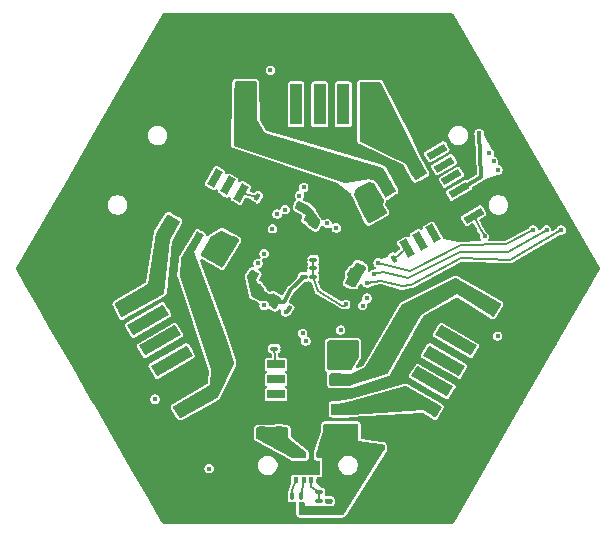
<source format=gbr>
%TF.GenerationSoftware,KiCad,Pcbnew,9.0.6-rc1*%
%TF.CreationDate,2025-10-31T17:35:14+01:00*%
%TF.ProjectId,PCB_BRUSHED,5043425f-4252-4555-9348-45442e6b6963,rev?*%
%TF.SameCoordinates,Original*%
%TF.FileFunction,Copper,L6,Bot*%
%TF.FilePolarity,Positive*%
%FSLAX46Y46*%
G04 Gerber Fmt 4.6, Leading zero omitted, Abs format (unit mm)*
G04 Created by KiCad (PCBNEW 9.0.6-rc1) date 2025-10-31 17:35:14*
%MOMM*%
%LPD*%
G01*
G04 APERTURE LIST*
G04 Aperture macros list*
%AMRoundRect*
0 Rectangle with rounded corners*
0 $1 Rounding radius*
0 $2 $3 $4 $5 $6 $7 $8 $9 X,Y pos of 4 corners*
0 Add a 4 corners polygon primitive as box body*
4,1,4,$2,$3,$4,$5,$6,$7,$8,$9,$2,$3,0*
0 Add four circle primitives for the rounded corners*
1,1,$1+$1,$2,$3*
1,1,$1+$1,$4,$5*
1,1,$1+$1,$6,$7*
1,1,$1+$1,$8,$9*
0 Add four rect primitives between the rounded corners*
20,1,$1+$1,$2,$3,$4,$5,0*
20,1,$1+$1,$4,$5,$6,$7,0*
20,1,$1+$1,$6,$7,$8,$9,0*
20,1,$1+$1,$8,$9,$2,$3,0*%
%AMRotRect*
0 Rectangle, with rotation*
0 The origin of the aperture is its center*
0 $1 length*
0 $2 width*
0 $3 Rotation angle, in degrees counterclockwise*
0 Add horizontal line*
21,1,$1,$2,0,0,$3*%
G04 Aperture macros list end*
%TA.AperFunction,ComponentPad*%
%ADD10C,0.800000*%
%TD*%
%TA.AperFunction,ComponentPad*%
%ADD11C,5.000000*%
%TD*%
%TA.AperFunction,SMDPad,CuDef*%
%ADD12RoundRect,0.225000X-0.225000X-0.250000X0.225000X-0.250000X0.225000X0.250000X-0.225000X0.250000X0*%
%TD*%
%TA.AperFunction,SMDPad,CuDef*%
%ADD13RoundRect,0.100000X0.022147X0.238361X-0.195353X-0.138361X-0.022147X-0.238361X0.195353X0.138361X0*%
%TD*%
%TA.AperFunction,SMDPad,CuDef*%
%ADD14RoundRect,0.100000X-0.238361X0.022147X0.138361X-0.195353X0.238361X-0.022147X-0.138361X0.195353X0*%
%TD*%
%TA.AperFunction,SMDPad,CuDef*%
%ADD15RoundRect,0.100000X0.195353X-0.138361X-0.022147X0.238361X-0.195353X0.138361X0.022147X-0.238361X0*%
%TD*%
%TA.AperFunction,SMDPad,CuDef*%
%ADD16RoundRect,0.100000X-0.022147X-0.238361X0.195353X0.138361X0.022147X0.238361X-0.195353X-0.138361X0*%
%TD*%
%TA.AperFunction,SMDPad,CuDef*%
%ADD17RoundRect,0.155000X0.240484X-0.106530X0.027984X0.261530X-0.240484X0.106530X-0.027984X-0.261530X0*%
%TD*%
%TA.AperFunction,SMDPad,CuDef*%
%ADD18RoundRect,0.155000X-0.261530X-0.027984X0.106530X-0.240484X0.261530X0.027984X-0.106530X0.240484X0*%
%TD*%
%TA.AperFunction,SMDPad,CuDef*%
%ADD19RotRect,1.000000X3.500000X60.000000*%
%TD*%
%TA.AperFunction,SMDPad,CuDef*%
%ADD20RotRect,1.600000X3.500000X60.000000*%
%TD*%
%TA.AperFunction,SMDPad,CuDef*%
%ADD21RoundRect,0.155000X-0.027984X0.261530X-0.240484X-0.106530X0.027984X-0.261530X0.240484X0.106530X0*%
%TD*%
%TA.AperFunction,SMDPad,CuDef*%
%ADD22R,1.525000X0.650000*%
%TD*%
%TA.AperFunction,SMDPad,CuDef*%
%ADD23R,2.400000X3.100000*%
%TD*%
%TA.AperFunction,SMDPad,CuDef*%
%ADD24R,1.000000X3.500000*%
%TD*%
%TA.AperFunction,SMDPad,CuDef*%
%ADD25R,1.600000X3.500000*%
%TD*%
%TA.AperFunction,SMDPad,CuDef*%
%ADD26RoundRect,0.100000X0.217500X0.100000X-0.217500X0.100000X-0.217500X-0.100000X0.217500X-0.100000X0*%
%TD*%
%TA.AperFunction,SMDPad,CuDef*%
%ADD27RotRect,1.000000X3.500000X300.000000*%
%TD*%
%TA.AperFunction,SMDPad,CuDef*%
%ADD28RotRect,1.600000X3.500000X300.000000*%
%TD*%
%TA.AperFunction,SMDPad,CuDef*%
%ADD29R,0.410000X0.510000*%
%TD*%
%TA.AperFunction,SMDPad,CuDef*%
%ADD30R,2.000000X1.200000*%
%TD*%
%TA.AperFunction,SMDPad,CuDef*%
%ADD31RotRect,0.650000X1.525000X30.000000*%
%TD*%
%TA.AperFunction,SMDPad,CuDef*%
%ADD32RotRect,2.400000X3.100000X120.000000*%
%TD*%
%TA.AperFunction,SMDPad,CuDef*%
%ADD33RoundRect,0.100000X0.238361X-0.022147X-0.138361X0.195353X-0.238361X0.022147X0.138361X-0.195353X0*%
%TD*%
%TA.AperFunction,SMDPad,CuDef*%
%ADD34RotRect,0.600000X1.700000X300.000000*%
%TD*%
%TA.AperFunction,SMDPad,CuDef*%
%ADD35RotRect,1.000000X2.700000X300.000000*%
%TD*%
%TA.AperFunction,SMDPad,CuDef*%
%ADD36RoundRect,0.100000X-0.217500X-0.100000X0.217500X-0.100000X0.217500X0.100000X-0.217500X0.100000X0*%
%TD*%
%TA.AperFunction,SMDPad,CuDef*%
%ADD37RoundRect,0.100000X-0.100000X0.217500X-0.100000X-0.217500X0.100000X-0.217500X0.100000X0.217500X0*%
%TD*%
%TA.AperFunction,SMDPad,CuDef*%
%ADD38RoundRect,0.225000X0.225000X0.250000X-0.225000X0.250000X-0.225000X-0.250000X0.225000X-0.250000X0*%
%TD*%
%TA.AperFunction,SMDPad,CuDef*%
%ADD39RoundRect,0.100000X0.100000X-0.217500X0.100000X0.217500X-0.100000X0.217500X-0.100000X-0.217500X0*%
%TD*%
%TA.AperFunction,SMDPad,CuDef*%
%ADD40RoundRect,0.155000X-0.212500X-0.155000X0.212500X-0.155000X0.212500X0.155000X-0.212500X0.155000X0*%
%TD*%
%TA.AperFunction,SMDPad,CuDef*%
%ADD41RotRect,0.650000X1.525000X150.000000*%
%TD*%
%TA.AperFunction,SMDPad,CuDef*%
%ADD42RotRect,2.400000X3.100000X240.000000*%
%TD*%
%TA.AperFunction,ViaPad*%
%ADD43C,0.400000*%
%TD*%
%TA.AperFunction,Conductor*%
%ADD44C,0.300000*%
%TD*%
%TA.AperFunction,Conductor*%
%ADD45C,0.160000*%
%TD*%
G04 APERTURE END LIST*
D10*
%TO.P,TP1,1,1*%
%TO.N,GND*%
X138625000Y-77813467D03*
X139174175Y-76487642D03*
X139174175Y-79139292D03*
X140500000Y-75938467D03*
D11*
X140500000Y-77813467D03*
D10*
X140500000Y-79688467D03*
X141825825Y-76487642D03*
X141825825Y-79139292D03*
X142375000Y-77813467D03*
%TD*%
%TO.P,TP3,1,1*%
%TO.N,GND*%
X138625000Y-114186533D03*
X139174175Y-112860708D03*
X139174175Y-115512358D03*
X140500000Y-112311533D03*
D11*
X140500000Y-114186533D03*
D10*
X140500000Y-116061533D03*
X141825825Y-112860708D03*
X141825825Y-115512358D03*
X142375000Y-114186533D03*
%TD*%
%TO.P,TP2,1,1*%
%TO.N,GND*%
X107125000Y-96000000D03*
X107674175Y-94674175D03*
X107674175Y-97325825D03*
X109000000Y-94125000D03*
D11*
X109000000Y-96000000D03*
D10*
X109000000Y-97875000D03*
X110325825Y-94674175D03*
X110325825Y-97325825D03*
X110875000Y-96000000D03*
%TD*%
D12*
%TO.P,C5,1*%
%TO.N,+3.3V*%
X133500000Y-109850000D03*
%TO.P,C5,2*%
%TO.N,GND*%
X135050000Y-109850000D03*
%TD*%
D13*
%TO.P,R25,1*%
%TO.N,Net-(IC4-ILIM)*%
X125728750Y-89947095D03*
%TO.P,R25,2*%
%TO.N,GND*%
X125321250Y-90652905D03*
%TD*%
D14*
%TO.P,C18,1*%
%TO.N,GND*%
X133597095Y-95346250D03*
%TO.P,C18,2*%
%TO.N,+3.3V*%
X134302905Y-95753750D03*
%TD*%
D15*
%TO.P,R14,1*%
%TO.N,Net-(IC2-ILIM)*%
X137257500Y-95155810D03*
%TO.P,R14,2*%
%TO.N,GND*%
X136850000Y-94450000D03*
%TD*%
D16*
%TO.P,C7,1*%
%TO.N,/NRST*%
X128367500Y-99430810D03*
%TO.P,C7,2*%
%TO.N,GND*%
X128775000Y-98725000D03*
%TD*%
%TO.P,C21,1*%
%TO.N,GND*%
X129512500Y-92453349D03*
%TO.P,C21,2*%
%TO.N,+3.3V*%
X129920000Y-91747539D03*
%TD*%
D17*
%TO.P,C28,1*%
%TO.N,GND*%
X135783750Y-92691469D03*
%TO.P,C28,2*%
%TO.N,VBAT+*%
X135216250Y-91708531D03*
%TD*%
D12*
%TO.P,C2,1*%
%TO.N,VBAT+*%
X127550000Y-109850000D03*
%TO.P,C2,2*%
%TO.N,GND*%
X129100000Y-109850000D03*
%TD*%
D18*
%TO.P,C26,1*%
%TO.N,GND*%
X132858531Y-95891250D03*
%TO.P,C26,2*%
%TO.N,+3.3V*%
X133841469Y-96458750D03*
%TD*%
D19*
%TO.P,J4,1,1*%
%TO.N,/MOTOR1/MOT1*%
X144538500Y-98619873D03*
%TO.P,J4,2,2*%
%TO.N,GND*%
X143538500Y-100351924D03*
%TO.P,J4,3,3*%
%TO.N,/MOT1_HALL_A{slash}TIM2CH1*%
X142538500Y-102083975D03*
%TO.P,J4,4,4*%
%TO.N,/MOT1_HALL_B{slash}TIM2CH2*%
X141538500Y-103816025D03*
%TO.P,J4,5,5*%
%TO.N,+3.3V*%
X140538500Y-105548076D03*
%TO.P,J4,6,6*%
%TO.N,/MOTOR1/MOT2*%
X139538500Y-107280127D03*
D20*
%TO.P,J4,7,7*%
%TO.N,GND*%
X143274845Y-112208588D03*
%TO.P,J4,8,8*%
X150674845Y-99391412D03*
%TD*%
D21*
%TO.P,C35,1*%
%TO.N,GND*%
X124292048Y-92705000D03*
%TO.P,C35,2*%
%TO.N,VBAT+*%
X123724548Y-93687938D03*
%TD*%
D22*
%TO.P,IC3,1,GND*%
%TO.N,GND*%
X127288000Y-107925000D03*
%TO.P,IC3,2,IN2*%
%TO.N,Net-(IC3-IN2)*%
X127288000Y-106655000D03*
%TO.P,IC3,3,IN1*%
%TO.N,Net-(IC3-IN1)*%
X127288000Y-105385000D03*
%TO.P,IC3,4,ILIM*%
%TO.N,Net-(IC3-ILIM)*%
X127288000Y-104115000D03*
%TO.P,IC3,5,VM*%
%TO.N,VBAT+*%
X132712000Y-104115000D03*
%TO.P,IC3,6,OUT1*%
%TO.N,/MOTOR1/MOT1*%
X132712000Y-105385000D03*
%TO.P,IC3,7,PGND*%
%TO.N,GND*%
X132712000Y-106655000D03*
%TO.P,IC3,8,OUT2*%
%TO.N,/MOTOR1/MOT2*%
X132712000Y-107925000D03*
D23*
%TO.P,IC3,9,EP*%
%TO.N,GND*%
X130000000Y-106020000D03*
%TD*%
D24*
%TO.P,J2,1,1*%
%TO.N,/MOTOR2/MOT1*%
X125000000Y-82100000D03*
%TO.P,J2,2,2*%
%TO.N,GND*%
X127000000Y-82100000D03*
%TO.P,J2,3,3*%
%TO.N,/MOT2_HALL_A{slash}TIM1CH1*%
X129000000Y-82100000D03*
%TO.P,J2,4,4*%
%TO.N,/MOT2_HALL_B{slash}TIM1CH2*%
X131000000Y-82100000D03*
%TO.P,J2,5,5*%
%TO.N,+3.3V*%
X133000000Y-82100000D03*
%TO.P,J2,6,6*%
%TO.N,/MOTOR2/MOT2*%
X135000000Y-82100000D03*
D25*
%TO.P,J2,7,7*%
%TO.N,GND*%
X137400000Y-76400000D03*
%TO.P,J2,8,8*%
X122600000Y-76400000D03*
%TD*%
D26*
%TO.P,R1,1*%
%TO.N,/ADC2_IN5*%
X130450000Y-95250000D03*
%TO.P,R1,2*%
%TO.N,GND*%
X129635000Y-95250000D03*
%TD*%
D13*
%TO.P,C11,1*%
%TO.N,GND*%
X126803750Y-97622095D03*
%TO.P,C11,2*%
%TO.N,+3.3V*%
X126396250Y-98327905D03*
%TD*%
D27*
%TO.P,J10,1,1*%
%TO.N,/MOTOR3/MOT1*%
X120461500Y-107280127D03*
%TO.P,J10,2,2*%
%TO.N,GND*%
X119461500Y-105548076D03*
%TO.P,J10,3,3*%
%TO.N,/MOT3_HALL_A{slash}TIM8CH1*%
X118461500Y-103816025D03*
%TO.P,J10,4,4*%
%TO.N,/MOT3_HALL_B{slash}TIM8CH2*%
X117461500Y-102083975D03*
%TO.P,J10,5,5*%
%TO.N,+3.3V*%
X116461500Y-100351924D03*
%TO.P,J10,6,6*%
%TO.N,/MOTOR3/MOT2*%
X115461500Y-98619873D03*
D28*
%TO.P,J10,7,7*%
%TO.N,GND*%
X109325155Y-99391412D03*
%TO.P,J10,8,8*%
X116725155Y-112208588D03*
%TD*%
D29*
%TO.P,IC1,1,EN*%
%TO.N,VBAT+*%
X129000000Y-111800000D03*
%TO.P,IC1,2,VIN*%
X129650000Y-111800000D03*
%TO.P,IC1,3,GND*%
%TO.N,GND*%
X130300000Y-111800000D03*
%TO.P,IC1,4,VOUT_1*%
%TO.N,+3.3V*%
X130950000Y-111800000D03*
%TO.P,IC1,5,VOUT_2*%
X130950000Y-113900000D03*
%TO.P,IC1,6,FB*%
%TO.N,Net-(IC1-FB)*%
X130300000Y-113900000D03*
%TO.P,IC1,7,PG*%
%TO.N,Net-(IC1-PG)*%
X129650000Y-113900000D03*
%TO.P,IC1,8,SS/TR*%
%TO.N,Net-(IC1-SS{slash}TR)*%
X129000000Y-113900000D03*
D30*
%TO.P,IC1,9,EP*%
%TO.N,GND*%
X129975000Y-112850000D03*
%TD*%
D31*
%TO.P,IC2,1,GND*%
%TO.N,GND*%
X141684198Y-92386161D03*
%TO.P,IC2,2,IN2*%
%TO.N,Net-(IC2-IN2)*%
X140584346Y-93021161D03*
%TO.P,IC2,3,IN1*%
%TO.N,Net-(IC2-IN1)*%
X139484494Y-93656161D03*
%TO.P,IC2,4,ILIM*%
%TO.N,Net-(IC2-ILIM)*%
X138384642Y-94291161D03*
%TO.P,IC2,5,VM*%
%TO.N,VBAT+*%
X135672642Y-89593839D03*
%TO.P,IC2,6,OUT1*%
%TO.N,/MOTOR2/MOT1*%
X136772494Y-88958839D03*
%TO.P,IC2,7,PGND*%
%TO.N,GND*%
X137872346Y-88323839D03*
%TO.P,IC2,8,OUT2*%
%TO.N,/MOTOR2/MOT2*%
X138972198Y-87688839D03*
D32*
%TO.P,IC2,9,EP*%
%TO.N,GND*%
X138678420Y-90990000D03*
%TD*%
D21*
%TO.P,C16,1*%
%TO.N,+3.3V*%
X130608750Y-92233531D03*
%TO.P,C16,2*%
%TO.N,GND*%
X130041250Y-93216469D03*
%TD*%
D26*
%TO.P,R4,1*%
%TO.N,+3.3V*%
X131765000Y-114950000D03*
%TO.P,R4,2*%
%TO.N,Net-(IC1-FB)*%
X130950000Y-114950000D03*
%TD*%
D14*
%TO.P,C25,1*%
%TO.N,GND*%
X132800000Y-96800000D03*
%TO.P,C25,2*%
%TO.N,+3.3V*%
X133505810Y-97207500D03*
%TD*%
D21*
%TO.P,C10,1*%
%TO.N,GND*%
X127708750Y-97733531D03*
%TO.P,C10,2*%
%TO.N,+3.3V*%
X127141250Y-98716469D03*
%TD*%
D33*
%TO.P,C23,1*%
%TO.N,GND*%
X126175000Y-96975000D03*
%TO.P,C23,2*%
%TO.N,+3.3V*%
X125469190Y-96567500D03*
%TD*%
D34*
%TO.P,J6,1,1*%
%TO.N,/NRST*%
X140900000Y-86104937D03*
%TO.P,J6,2,2*%
%TO.N,/SWCLK*%
X141525000Y-87187468D03*
%TO.P,J6,3,3*%
%TO.N,/SWDIO*%
X142150000Y-88270000D03*
%TO.P,J6,4,4*%
%TO.N,+3.3V*%
X142775000Y-89352532D03*
%TO.P,J6,5,5*%
%TO.N,GND*%
X143400000Y-90435064D03*
%TO.P,J6,6,6*%
%TO.N,/EXT_BTN_EXTI10*%
X144025000Y-91517595D03*
D35*
%TO.P,J6,7,7*%
%TO.N,GND*%
X142746282Y-82902790D03*
%TO.P,J6,8,8*%
X147721282Y-91519742D03*
%TD*%
D36*
%TO.P,R2,1*%
%TO.N,+3.3V*%
X129642500Y-96725000D03*
%TO.P,R2,2*%
%TO.N,/ADC2_IN5*%
X130457500Y-96725000D03*
%TD*%
%TO.P,R5,1*%
%TO.N,Net-(IC1-FB)*%
X130942500Y-115675000D03*
%TO.P,R5,2*%
%TO.N,GND*%
X131757500Y-115675000D03*
%TD*%
D37*
%TO.P,C3,1*%
%TO.N,Net-(IC1-SS{slash}TR)*%
X128675000Y-115250000D03*
%TO.P,C3,2*%
%TO.N,GND*%
X128675000Y-116065000D03*
%TD*%
D38*
%TO.P,C6,1*%
%TO.N,+3.3V*%
X132075000Y-109850000D03*
%TO.P,C6,2*%
%TO.N,GND*%
X130525000Y-109850000D03*
%TD*%
%TO.P,C1,1*%
%TO.N,VBAT+*%
X126100000Y-109875000D03*
%TO.P,C1,2*%
%TO.N,GND*%
X124550000Y-109875000D03*
%TD*%
D39*
%TO.P,R3,1*%
%TO.N,+3.3V*%
X129400000Y-116065000D03*
%TO.P,R3,2*%
%TO.N,Net-(IC1-PG)*%
X129400000Y-115250000D03*
%TD*%
D40*
%TO.P,C31,1*%
%TO.N,GND*%
X130957500Y-102675000D03*
%TO.P,C31,2*%
%TO.N,VBAT+*%
X132092500Y-102675000D03*
%TD*%
D36*
%TO.P,R19,1*%
%TO.N,Net-(IC3-ILIM)*%
X127160000Y-102775000D03*
%TO.P,R19,2*%
%TO.N,GND*%
X127975000Y-102775000D03*
%TD*%
D41*
%TO.P,IC4,1,GND*%
%TO.N,GND*%
X121027802Y-87688839D03*
%TO.P,IC4,2,IN2*%
%TO.N,Net-(IC4-IN2)*%
X122127654Y-88323839D03*
%TO.P,IC4,3,IN1*%
%TO.N,Net-(IC4-IN1)*%
X123227506Y-88958839D03*
%TO.P,IC4,4,ILIM*%
%TO.N,Net-(IC4-ILIM)*%
X124327358Y-89593839D03*
%TO.P,IC4,5,VM*%
%TO.N,VBAT+*%
X121615358Y-94291161D03*
%TO.P,IC4,6,OUT1*%
%TO.N,/MOTOR3/MOT1*%
X120515506Y-93656161D03*
%TO.P,IC4,7,PGND*%
%TO.N,GND*%
X119415654Y-93021161D03*
%TO.P,IC4,8,OUT2*%
%TO.N,/MOTOR3/MOT2*%
X118315802Y-92386161D03*
D42*
%TO.P,IC4,9,EP*%
%TO.N,GND*%
X121321580Y-90990000D03*
%TD*%
D26*
%TO.P,C4,1*%
%TO.N,/ADC2_IN5*%
X130450000Y-95975000D03*
%TO.P,C4,2*%
%TO.N,GND*%
X129635000Y-95975000D03*
%TD*%
D43*
%TO.N,GND*%
X140050000Y-74750000D03*
X119840000Y-74749192D03*
X121284000Y-74749192D03*
X129948000Y-74749192D03*
X119118000Y-74749192D03*
X128504000Y-74749192D03*
X118396000Y-74749192D03*
X134280000Y-74749192D03*
X129226000Y-74749192D03*
X138612000Y-74749192D03*
X122006000Y-74749192D03*
X141500000Y-74749192D03*
X127060000Y-74749192D03*
X124894000Y-74749192D03*
X142220000Y-74750000D03*
X130670000Y-74749192D03*
X137168000Y-74749192D03*
X123450000Y-74749192D03*
X125616000Y-74749192D03*
X132114000Y-74749192D03*
X140778000Y-74749192D03*
X124172000Y-74749192D03*
X139300000Y-74750000D03*
X122728000Y-74749192D03*
X132836000Y-74749192D03*
X126338000Y-74749192D03*
X127782000Y-74749192D03*
X136446000Y-74749192D03*
X133558000Y-74749192D03*
X131392000Y-74749192D03*
X137890000Y-74749192D03*
X135724000Y-74749192D03*
X135002000Y-74749192D03*
X120562000Y-74749192D03*
X140050000Y-117270000D03*
X119840000Y-117269192D03*
X121284000Y-117269192D03*
X129948000Y-117269192D03*
X119118000Y-117269192D03*
X128504000Y-117269192D03*
X118396000Y-117269192D03*
X134280000Y-117269192D03*
X129226000Y-117269192D03*
X138612000Y-117269192D03*
X122006000Y-117269192D03*
X141500000Y-117269192D03*
X127060000Y-117269192D03*
X124894000Y-117269192D03*
X142220000Y-117270000D03*
X130670000Y-117269192D03*
X137168000Y-117269192D03*
X123450000Y-117269192D03*
X125616000Y-117269192D03*
X132114000Y-117269192D03*
X140778000Y-117269192D03*
X124172000Y-117269192D03*
X139300000Y-117270000D03*
X122728000Y-117269192D03*
X132836000Y-117269192D03*
X126338000Y-117269192D03*
X127782000Y-117269192D03*
X136446000Y-117269192D03*
X133558000Y-117269192D03*
X131392000Y-117269192D03*
X137890000Y-117269192D03*
X135724000Y-117269192D03*
X135002000Y-117269192D03*
X120562000Y-117269192D03*
X105530000Y-96010000D03*
X111667000Y-85380404D03*
X105891000Y-95384729D03*
X113833000Y-81628782D03*
X106613000Y-94134189D03*
X106252000Y-94759459D03*
X110945000Y-86630945D03*
X116718700Y-76632219D03*
X107335000Y-92883648D03*
X109501000Y-89132026D03*
X108779000Y-90382567D03*
X113472000Y-82254052D03*
X112389000Y-84129863D03*
X116343700Y-77281738D03*
X115638000Y-78502430D03*
X112028000Y-84755134D03*
X114555000Y-80378241D03*
X112750000Y-83504593D03*
X111306000Y-86005674D03*
X108057000Y-91633107D03*
X115999000Y-77877160D03*
X115277000Y-79127701D03*
X107696000Y-92258378D03*
X113111000Y-82879323D03*
X110584000Y-87256215D03*
X114194000Y-81003512D03*
X106974000Y-93508918D03*
X110223000Y-87881485D03*
X117082000Y-76001349D03*
X108418000Y-91007837D03*
X109140000Y-89757296D03*
X117443000Y-75376079D03*
X114916000Y-79752971D03*
X109862000Y-88506756D03*
X109862000Y-103513244D03*
X114916000Y-112267029D03*
X117443000Y-116643921D03*
X109140000Y-102262704D03*
X108418000Y-101012163D03*
X117082000Y-116018651D03*
X110223000Y-104138515D03*
X106974000Y-98511082D03*
X114194000Y-111016488D03*
X110584000Y-104763785D03*
X113111000Y-109140677D03*
X107696000Y-99761622D03*
X115277000Y-112892299D03*
X115999000Y-114142840D03*
X108057000Y-100386893D03*
X111306000Y-106014326D03*
X112750000Y-108515407D03*
X114555000Y-111641759D03*
X112028000Y-107264866D03*
X115638000Y-113517570D03*
X116342300Y-114739070D03*
X112389000Y-107890137D03*
X113472000Y-109765948D03*
X108779000Y-101637433D03*
X109501000Y-102887974D03*
X107335000Y-99136352D03*
X116717300Y-115388589D03*
X110945000Y-105389055D03*
X106252000Y-97260541D03*
X106613000Y-97885811D03*
X113833000Y-110391218D03*
X105891000Y-96635271D03*
X111667000Y-106639596D03*
X153040000Y-93481206D03*
X142588700Y-75377407D03*
X145476700Y-80379569D03*
X149086700Y-86632273D03*
X147281700Y-83505921D03*
X144393700Y-78503758D03*
X149808700Y-87882813D03*
X148003700Y-84756462D03*
X145837700Y-81004840D03*
X152335700Y-92259706D03*
X151613700Y-91009165D03*
X150891700Y-89758624D03*
X151252700Y-90383895D03*
X154140700Y-95386057D03*
X151974700Y-91634435D03*
X144754700Y-79129029D03*
X146559700Y-82255380D03*
X152696700Y-92884976D03*
X144032700Y-77878488D03*
X142949700Y-76002677D03*
X146198700Y-81630110D03*
X145115700Y-79754299D03*
X143310700Y-76627947D03*
X143671700Y-77253218D03*
X153779700Y-94760787D03*
X148725700Y-86007002D03*
X147642700Y-84131191D03*
X149447700Y-87257543D03*
X146920700Y-82880651D03*
X150169700Y-88508084D03*
X148364700Y-85381732D03*
X150530700Y-89133354D03*
X153415000Y-94130725D03*
X152334000Y-99761622D03*
X146919000Y-109140677D03*
X154139000Y-96635271D03*
X151251000Y-101637433D03*
X147641000Y-107890137D03*
X143686300Y-114738262D03*
X149446000Y-104763785D03*
X153417000Y-97885811D03*
X153056000Y-98511082D03*
X149085000Y-105389055D03*
X142948000Y-116018651D03*
X146558000Y-109765948D03*
X147280000Y-108515407D03*
X149807000Y-104138515D03*
X148002000Y-107264866D03*
X143311300Y-115387781D03*
X151612000Y-101012163D03*
X148363000Y-106639596D03*
X146197000Y-110391218D03*
X150529000Y-102887974D03*
X150890000Y-102262704D03*
X144392000Y-113517570D03*
X150168000Y-103513244D03*
X151973000Y-100386893D03*
X145475000Y-111641759D03*
X144753000Y-112892299D03*
X144031000Y-114142840D03*
X145114000Y-112267029D03*
X152695000Y-99136352D03*
X142587000Y-116643921D03*
X145836000Y-111016488D03*
X153778000Y-97260541D03*
X148724000Y-106014326D03*
X134600000Y-103880000D03*
X134960000Y-102890000D03*
X134700000Y-108810000D03*
X125775000Y-86850000D03*
X124350000Y-116475000D03*
X124250000Y-115300000D03*
X127425000Y-108700000D03*
X124525000Y-113000000D03*
X123600000Y-113725000D03*
X145775000Y-93300000D03*
X150425000Y-91725000D03*
X143822095Y-93028750D03*
X135900000Y-94125000D03*
X126975000Y-83125000D03*
X127000000Y-82000000D03*
X126975000Y-80950000D03*
X120450000Y-105000000D03*
X118475000Y-106100000D03*
X125025000Y-92350000D03*
X128275000Y-90125000D03*
X124650000Y-90900000D03*
X120400000Y-88525000D03*
X125575000Y-89000000D03*
X145430000Y-105870000D03*
X134820000Y-86190000D03*
X145480000Y-84180000D03*
X130178372Y-93898968D03*
X114180000Y-97060000D03*
X111835552Y-87360641D03*
X136430000Y-105760000D03*
X121880000Y-108060000D03*
X134925000Y-76001115D03*
X110235865Y-101641108D03*
X125700000Y-79290000D03*
X117400000Y-91340000D03*
X144630000Y-96380000D03*
X116720000Y-88620000D03*
X136240000Y-97870000D03*
X123280000Y-100200000D03*
X115126448Y-89260641D03*
X138680000Y-82870000D03*
X119415654Y-93021161D03*
X127900000Y-96500000D03*
X113870000Y-86010000D03*
X113840000Y-100570000D03*
X124178150Y-91542276D03*
X143050000Y-96000000D03*
X143770000Y-83730000D03*
X128600000Y-95275000D03*
X150980000Y-93890000D03*
X137375000Y-111250000D03*
X139460000Y-108640000D03*
X148100000Y-95700000D03*
X130725000Y-113225000D03*
X129050000Y-103270000D03*
X138475000Y-92172724D03*
X140200000Y-91172724D03*
X116010000Y-96950000D03*
X113932147Y-101643255D03*
X139375000Y-91675000D03*
X123210000Y-108980000D03*
X129050000Y-107275000D03*
X146564448Y-84589359D03*
X115260000Y-86810000D03*
X118760000Y-99310000D03*
X137460000Y-98350000D03*
X127288000Y-107925000D03*
X129050000Y-105275000D03*
X132712000Y-106655000D03*
X114020000Y-88670000D03*
X127120000Y-89370000D03*
X129075000Y-106275000D03*
X140430000Y-97160000D03*
X129175000Y-113225000D03*
X141684198Y-92386161D03*
X127930000Y-84260000D03*
X122450000Y-90552276D03*
X123090000Y-79550000D03*
X138260000Y-104170000D03*
X124550000Y-109875000D03*
X113270000Y-98390000D03*
X132500000Y-95275000D03*
X134340000Y-106340000D03*
X133680000Y-85670000D03*
X129675000Y-94850000D03*
X126470000Y-91310000D03*
X137872346Y-88323839D03*
X131757500Y-115675000D03*
X124190000Y-98300000D03*
X136610000Y-99710000D03*
X141990000Y-107430000D03*
X121027802Y-87688839D03*
X120725000Y-89552276D03*
X133075000Y-79201115D03*
X137180000Y-87330000D03*
X149755808Y-101701524D03*
X125210000Y-88080000D03*
X135050000Y-109850000D03*
X144240000Y-107780000D03*
X129950000Y-113200000D03*
X139940000Y-100580000D03*
X124520000Y-101000000D03*
X112830000Y-93240000D03*
X125750000Y-105470000D03*
X119461500Y-105548076D03*
X141170000Y-109010000D03*
X142741281Y-82895194D03*
X141730000Y-96490000D03*
X118800000Y-94540000D03*
X116400000Y-90700000D03*
X140740000Y-84970000D03*
X128800000Y-88730000D03*
X147716281Y-91512147D03*
X112760000Y-87860000D03*
X129040000Y-102020000D03*
X123300000Y-91050000D03*
X124975000Y-76001115D03*
X118640000Y-97310000D03*
X133910000Y-79670000D03*
X131375000Y-96925000D03*
X115210865Y-110258060D03*
X143538500Y-100351924D03*
X121600000Y-90075000D03*
X115170000Y-94890000D03*
X124540000Y-97520000D03*
X129550000Y-97850000D03*
X122960000Y-83970000D03*
X120940000Y-103860000D03*
X137760000Y-105250000D03*
X126075000Y-101425000D03*
X121850000Y-96250000D03*
X147570000Y-102290000D03*
X141050000Y-99980000D03*
X146070000Y-100590000D03*
X131475000Y-95800000D03*
X129050000Y-104250000D03*
X146550000Y-104340000D03*
X125720000Y-108280000D03*
X127278750Y-100647095D03*
X124250000Y-102840000D03*
X144780808Y-110318476D03*
X125810000Y-103600000D03*
X143273552Y-86489359D03*
X139680000Y-85480000D03*
X123780000Y-86350000D03*
X145580000Y-85260000D03*
%TO.N,VBAT+*%
X133000000Y-102925000D03*
X133000000Y-103725000D03*
X121375000Y-94775000D03*
X123475000Y-93700000D03*
X133725000Y-103750000D03*
X121825000Y-94000000D03*
X132200000Y-103775000D03*
X126100000Y-109875000D03*
X135825000Y-89900000D03*
X127550000Y-109850000D03*
X134625000Y-89550000D03*
X122750000Y-94475000D03*
X126825000Y-109875000D03*
X136075000Y-91025000D03*
X132200000Y-102900000D03*
X133725000Y-102925000D03*
X122775000Y-93300000D03*
X122350000Y-95275000D03*
X135350000Y-89175000D03*
X134975000Y-90375000D03*
X135325000Y-91425000D03*
%TO.N,+3.3V*%
X146059526Y-101703671D03*
X132775000Y-109850000D03*
X129250000Y-90625000D03*
X132075000Y-110650000D03*
X132075000Y-109850000D03*
X133475000Y-109850000D03*
X125450000Y-97575000D03*
X125200000Y-96925000D03*
X117057147Y-107055913D03*
X134600000Y-96050000D03*
X140538500Y-105548076D03*
X133000000Y-82100000D03*
X132775000Y-110650000D03*
X133475000Y-110650000D03*
X144500000Y-84550000D03*
X126825000Y-79201115D03*
X116461500Y-100351924D03*
X133700000Y-96975000D03*
X129800000Y-90925000D03*
X136300000Y-111150000D03*
%TO.N,/ADC2_IN5*%
X133200000Y-99025000D03*
%TO.N,/NRST*%
X128125000Y-99675000D03*
X140895000Y-86097341D03*
%TO.N,/ADC_VBAT*%
X126300000Y-99100000D03*
X121642500Y-112925000D03*
%TO.N,/EXT_BTN_EXTI10*%
X144950000Y-93275000D03*
X127000000Y-92625000D03*
%TO.N,Net-(IC2-IN1)*%
X129272095Y-89821250D03*
X139484494Y-93656161D03*
%TO.N,Net-(IC2-IN2)*%
X140584346Y-93021161D03*
X129647095Y-89121250D03*
%TO.N,Net-(IC3-IN2)*%
X127288000Y-106655000D03*
X134627905Y-99128750D03*
%TO.N,Net-(IC3-IN1)*%
X127288000Y-105385000D03*
X135002905Y-98503750D03*
%TO.N,Net-(IC4-IN1)*%
X132775000Y-101200000D03*
X123227506Y-88958839D03*
%TO.N,Net-(IC4-IN2)*%
X122127654Y-88323839D03*
%TO.N,/MOT2_HALL_B{slash}TIM1CH2*%
X131000000Y-82100000D03*
X131650000Y-92175000D03*
%TO.N,/MOT2_HALL_A{slash}TIM1CH1*%
X129000000Y-82100000D03*
X132400000Y-92550000D03*
%TO.N,/MOT1_HALL_B{slash}TIM2CH2*%
X129825000Y-102125000D03*
X141538500Y-103816025D03*
%TO.N,/MOT1_HALL_A{slash}TIM2CH1*%
X142538500Y-102083975D03*
X129550000Y-101475000D03*
%TO.N,/SWDIO*%
X142145000Y-88262405D03*
X128075000Y-91000000D03*
%TO.N,/SWCLK*%
X127400000Y-91375000D03*
X141520000Y-87179873D03*
%TO.N,/MOT3_HALL_B{slash}TIM8CH2*%
X117461500Y-102083975D03*
X125775000Y-95550000D03*
%TO.N,/MOT3_HALL_A{slash}TIM8CH1*%
X118461500Y-103816025D03*
X126300000Y-94725000D03*
%TO.N,/USART3_TX*%
X135625000Y-96450000D03*
X150200000Y-92700000D03*
X145722804Y-86922804D03*
%TO.N,/USART3_RX*%
X149075000Y-92725000D03*
X135925000Y-95500000D03*
X146086553Y-87636553D03*
%TO.N,/UART_EXTI*%
X135025000Y-97225000D03*
X145343205Y-86218205D03*
X151450000Y-92725000D03*
%TO.N,GND*%
X154500000Y-96010000D03*
%TD*%
D44*
%TO.N,+3.3V*%
X142770000Y-89344936D02*
X144675000Y-88225000D01*
X128000000Y-98800000D02*
X127141250Y-98716469D01*
X144675000Y-88225000D02*
X144500000Y-84550000D01*
X128575000Y-97725000D02*
X128000000Y-98800000D01*
X129642500Y-96725000D02*
X128575000Y-97725000D01*
D45*
%TO.N,Net-(IC1-SS{slash}TR)*%
X129000000Y-113900000D02*
X128675000Y-114775000D01*
X128675000Y-114775000D02*
X128675000Y-115250000D01*
%TO.N,/ADC2_IN5*%
X130850000Y-97925000D02*
X130457500Y-96725000D01*
X133200000Y-99025000D02*
X133100000Y-99125000D01*
X133100000Y-99125000D02*
X132925000Y-99125000D01*
X130450000Y-95250000D02*
X130457500Y-96725000D01*
X132925000Y-99125000D02*
X130850000Y-97925000D01*
%TO.N,/NRST*%
X128367500Y-99430810D02*
X128125000Y-99675000D01*
%TO.N,/EXT_BTN_EXTI10*%
X144550000Y-92600000D02*
X144950000Y-93275000D01*
X144020000Y-91510000D02*
X144550000Y-92600000D01*
%TO.N,Net-(IC1-FB)*%
X130950000Y-114950000D02*
X130942500Y-115675000D01*
X130300000Y-113900000D02*
X130300000Y-114475000D01*
X130300000Y-114475000D02*
X130950000Y-114950000D01*
%TO.N,Net-(IC1-PG)*%
X129400000Y-115250000D02*
X129650000Y-113900000D01*
%TO.N,Net-(IC2-ILIM)*%
X138384642Y-94291161D02*
X137257500Y-95155810D01*
%TO.N,Net-(IC3-ILIM)*%
X127288000Y-104115000D02*
X127160000Y-102775000D01*
%TO.N,Net-(IC4-ILIM)*%
X124327358Y-89593839D02*
X125728750Y-89947095D01*
%TO.N,/USART3_TX*%
X138475000Y-96825000D02*
X142875000Y-94575000D01*
X135625000Y-96450000D02*
X136350000Y-96300000D01*
X146900000Y-94625000D02*
X150200000Y-92700000D01*
X136350000Y-96300000D02*
X138475000Y-96825000D01*
X142875000Y-94575000D02*
X146900000Y-94625000D01*
%TO.N,/USART3_RX*%
X135925000Y-95500000D02*
X138650000Y-96175000D01*
X142925000Y-94000000D02*
X146750000Y-93925000D01*
X138650000Y-96175000D02*
X142925000Y-94000000D01*
X146750000Y-93925000D02*
X149075000Y-92725000D01*
%TO.N,/UART_EXTI*%
X142925000Y-95125000D02*
X147125000Y-95275000D01*
X138725000Y-97375000D02*
X142925000Y-95125000D01*
X147125000Y-95275000D02*
X151450000Y-92725000D01*
X135025000Y-97225000D02*
X136175000Y-97025000D01*
X138000000Y-97500000D02*
X138725000Y-97375000D01*
X136175000Y-97025000D02*
X138000000Y-97500000D01*
%TD*%
%TA.AperFunction,Conductor*%
%TO.N,/MOTOR3/MOT1*%
G36*
X120710175Y-92875331D02*
G01*
X121091006Y-93100367D01*
X121131485Y-93146248D01*
X121137266Y-93207160D01*
X121126602Y-93234710D01*
X120346580Y-94599999D01*
X120346580Y-94600000D01*
X121106706Y-96640000D01*
X123224087Y-102322549D01*
X123225786Y-102327507D01*
X123738342Y-103962807D01*
X123737705Y-104023989D01*
X123733172Y-104035157D01*
X122363784Y-106896200D01*
X122321987Y-106940319D01*
X119233454Y-108629360D01*
X119173328Y-108640692D01*
X119118023Y-108614518D01*
X119101061Y-108593435D01*
X118602383Y-107762305D01*
X118588657Y-107702679D01*
X118612600Y-107646373D01*
X118638737Y-107625085D01*
X121750000Y-105875000D01*
X121800000Y-104550000D01*
X119161189Y-96658508D01*
X119156298Y-96620527D01*
X119253431Y-95163530D01*
X119267010Y-95119704D01*
X120574614Y-92910141D01*
X120620520Y-92869694D01*
X120681435Y-92863954D01*
X120710175Y-92875331D01*
G37*
%TD.AperFunction*%
%TD*%
%TA.AperFunction,Conductor*%
%TO.N,+3.3V*%
G36*
X134250306Y-95483133D02*
G01*
X134818174Y-95764619D01*
X134829847Y-95775402D01*
X134844305Y-95782005D01*
X134854984Y-95798623D01*
X134869496Y-95812028D01*
X134873946Y-95828129D01*
X134882079Y-95840783D01*
X134887102Y-95875718D01*
X134887102Y-96056386D01*
X134870813Y-96117822D01*
X134085685Y-97494327D01*
X134035371Y-97542807D01*
X133977974Y-97556891D01*
X133759740Y-97556891D01*
X133708535Y-97545825D01*
X133245835Y-97336034D01*
X133192907Y-97290423D01*
X133173040Y-97223437D01*
X133189652Y-97161103D01*
X133321032Y-96933544D01*
X133331072Y-96910326D01*
X133337674Y-96849314D01*
X133348345Y-96810744D01*
X133399109Y-96700641D01*
X133339855Y-96469675D01*
X133342262Y-96399849D01*
X133350486Y-96380637D01*
X133540019Y-96024268D01*
X133588877Y-95974322D01*
X133649498Y-95958494D01*
X133799999Y-95958494D01*
X133800000Y-95958494D01*
X133885316Y-95816341D01*
X133918434Y-95780070D01*
X133958176Y-95751009D01*
X133973264Y-95730707D01*
X134087852Y-95532231D01*
X134138416Y-95484019D01*
X134207023Y-95470795D01*
X134250306Y-95483133D01*
G37*
%TD.AperFunction*%
%TD*%
%TA.AperFunction,Conductor*%
%TO.N,/MOTOR2/MOT2*%
G36*
X136114705Y-80224162D02*
G01*
X136172626Y-80243875D01*
X136201917Y-80278958D01*
X138663264Y-85212901D01*
X139250001Y-86389057D01*
X140053256Y-87887785D01*
X140064080Y-87948005D01*
X140037440Y-88003086D01*
X140012807Y-88021786D01*
X139159939Y-88479422D01*
X139099724Y-88490275D01*
X139044629Y-88463662D01*
X139027174Y-88441305D01*
X138745288Y-87948005D01*
X138275000Y-87125000D01*
X136733494Y-86389055D01*
X134456040Y-85301754D01*
X134411673Y-85259620D01*
X134399694Y-85212901D01*
X134375496Y-80300875D01*
X134394117Y-80242595D01*
X134443439Y-80206387D01*
X134475864Y-80201400D01*
X136114705Y-80224162D01*
G37*
%TD.AperFunction*%
%TD*%
%TA.AperFunction,Conductor*%
%TO.N,/MOTOR1/MOT1*%
G36*
X142525631Y-96805422D02*
G01*
X146287076Y-98901015D01*
X146328708Y-98945853D01*
X146336034Y-99006598D01*
X146324571Y-99037102D01*
X145827947Y-99894909D01*
X145821470Y-99904706D01*
X145730006Y-100026658D01*
X145679966Y-100061866D01*
X145618787Y-100060937D01*
X145597655Y-100050780D01*
X142650000Y-98175000D01*
X139599999Y-99899999D01*
X136769100Y-104866490D01*
X136723857Y-104907682D01*
X136713264Y-104911755D01*
X133639047Y-105895504D01*
X133610249Y-105900204D01*
X131925375Y-105923605D01*
X131866927Y-105905508D01*
X131830279Y-105856512D01*
X131825000Y-105824615D01*
X131825000Y-104975730D01*
X131843907Y-104917539D01*
X131893407Y-104881575D01*
X131925712Y-104876745D01*
X133675000Y-104907060D01*
X134870000Y-104370000D01*
X137995118Y-99035402D01*
X138036342Y-98996858D01*
X142433258Y-96803318D01*
X142493767Y-96794261D01*
X142525631Y-96805422D01*
G37*
%TD.AperFunction*%
%TD*%
%TA.AperFunction,Conductor*%
%TO.N,+3.3V*%
G36*
X129279710Y-90286091D02*
G01*
X130050355Y-90662948D01*
X130092259Y-90696320D01*
X130496660Y-91195874D01*
X130502977Y-91204402D01*
X130986465Y-91919122D01*
X131032313Y-91986897D01*
X131053572Y-92053454D01*
X131038002Y-92116595D01*
X130765270Y-92607513D01*
X130715505Y-92656556D01*
X130647125Y-92670909D01*
X130588138Y-92650499D01*
X130043673Y-92287880D01*
X129998788Y-92234335D01*
X129992634Y-92216767D01*
X129983573Y-92182952D01*
X129917261Y-92092271D01*
X129917259Y-92092268D01*
X129896957Y-92077180D01*
X129710770Y-91969686D01*
X129662557Y-91919122D01*
X129649333Y-91850515D01*
X129663084Y-91804470D01*
X129850000Y-91450000D01*
X128963889Y-90914472D01*
X128916695Y-90862949D01*
X128904848Y-90794091D01*
X128916237Y-90754688D01*
X129113451Y-90343825D01*
X129160206Y-90291908D01*
X129227610Y-90273509D01*
X129279710Y-90286091D01*
G37*
%TD.AperFunction*%
%TD*%
%TA.AperFunction,Conductor*%
%TO.N,/MOTOR1/MOT2*%
G36*
X138270920Y-105938736D02*
G01*
X138286195Y-105945893D01*
X141238145Y-107649864D01*
X141279089Y-107695329D01*
X141285489Y-107756179D01*
X141273745Y-107786200D01*
X140826508Y-108538371D01*
X140780517Y-108578725D01*
X140719589Y-108584339D01*
X140689305Y-108571951D01*
X140635060Y-108538371D01*
X140301035Y-108331593D01*
X139725001Y-107975000D01*
X139725000Y-107975000D01*
X133753044Y-108381093D01*
X133478353Y-108399772D01*
X133471637Y-108400000D01*
X132049000Y-108400000D01*
X131990809Y-108381093D01*
X131954845Y-108331593D01*
X131950000Y-108301000D01*
X131950000Y-107524000D01*
X131968907Y-107465809D01*
X132018407Y-107429845D01*
X132049000Y-107425000D01*
X132550000Y-107425000D01*
X133650000Y-107225000D01*
X138209781Y-105936366D01*
X138270920Y-105938736D01*
G37*
%TD.AperFunction*%
%TD*%
%TA.AperFunction,Conductor*%
%TO.N,VBAT+*%
G36*
X122726053Y-92780875D02*
G01*
X124082699Y-93482256D01*
X124133210Y-93530529D01*
X124149604Y-93598448D01*
X124131449Y-93657243D01*
X122787943Y-95847390D01*
X122736109Y-95894242D01*
X122667174Y-95905633D01*
X122620569Y-95890126D01*
X120957034Y-94936366D01*
X120908666Y-94885944D01*
X120895236Y-94817378D01*
X120910827Y-94767658D01*
X121604502Y-93543525D01*
X121685127Y-93401245D01*
X121725268Y-93358521D01*
X122601377Y-92787159D01*
X122668279Y-92767029D01*
X122726053Y-92780875D01*
G37*
%TD.AperFunction*%
%TD*%
%TA.AperFunction,Conductor*%
%TO.N,/MOTOR3/MOT2*%
G36*
X118208579Y-91421649D02*
G01*
X119113490Y-91926715D01*
X119155086Y-91971584D01*
X119162365Y-92032335D01*
X119151651Y-92061474D01*
X118325000Y-93539998D01*
X117855289Y-98039327D01*
X117830442Y-98095240D01*
X117805691Y-98115147D01*
X114293775Y-100108404D01*
X114233835Y-100120684D01*
X114178124Y-100095386D01*
X114155513Y-100064845D01*
X113663937Y-99031825D01*
X113656006Y-98971155D01*
X113685250Y-98917411D01*
X113703061Y-98903999D01*
X116425000Y-97300000D01*
X117171835Y-92968353D01*
X117184620Y-92934050D01*
X118075562Y-91456961D01*
X118121805Y-91416901D01*
X118182767Y-91411672D01*
X118208579Y-91421649D01*
G37*
%TD.AperFunction*%
%TD*%
%TA.AperFunction,Conductor*%
%TO.N,+3.3V*%
G36*
X134217864Y-109139780D02*
G01*
X134263708Y-109192507D01*
X134275000Y-109244208D01*
X134275000Y-110575000D01*
X134274999Y-110575000D01*
X136149992Y-110864255D01*
X136149993Y-110864255D01*
X136150000Y-110864256D01*
X136379806Y-110871310D01*
X136446209Y-110893043D01*
X136490322Y-110947226D01*
X136500000Y-110995252D01*
X136500000Y-111288950D01*
X136480672Y-111355431D01*
X133014457Y-116812875D01*
X132961899Y-116858911D01*
X132913216Y-116870347D01*
X132896618Y-116870806D01*
X132888727Y-116868692D01*
X132783273Y-116868692D01*
X132761412Y-116874549D01*
X132746838Y-116874953D01*
X132745814Y-116874683D01*
X132743407Y-116875000D01*
X132206593Y-116875000D01*
X132174501Y-116870775D01*
X132166728Y-116868692D01*
X132166727Y-116868692D01*
X132061273Y-116868692D01*
X132061271Y-116868692D01*
X132053499Y-116870775D01*
X132021407Y-116875000D01*
X131468269Y-116875000D01*
X131444727Y-116868692D01*
X131339273Y-116868692D01*
X131315731Y-116875000D01*
X130762593Y-116875000D01*
X130730501Y-116870775D01*
X130722728Y-116868692D01*
X130722727Y-116868692D01*
X130617273Y-116868692D01*
X130617271Y-116868692D01*
X130609499Y-116870775D01*
X130577407Y-116875000D01*
X130024269Y-116875000D01*
X130000727Y-116868692D01*
X129895273Y-116868692D01*
X129871731Y-116875000D01*
X129346334Y-116875000D01*
X129279295Y-116855315D01*
X129233540Y-116802511D01*
X129222363Y-116753695D01*
X129203689Y-115894694D01*
X129221912Y-115827243D01*
X129273709Y-115780351D01*
X129327656Y-115767999D01*
X129544864Y-115767999D01*
X129544879Y-115767997D01*
X129544882Y-115767997D01*
X129569987Y-115765086D01*
X129569987Y-115765085D01*
X129569991Y-115765085D01*
X129575913Y-115762469D01*
X129645192Y-115753398D01*
X129708377Y-115783221D01*
X129745408Y-115842471D01*
X129750000Y-115875904D01*
X129750000Y-116100000D01*
X132230000Y-116100000D01*
X132230000Y-115967593D01*
X132240565Y-115917508D01*
X132272585Y-115844991D01*
X132275500Y-115819865D01*
X132275499Y-115530136D01*
X132272585Y-115505009D01*
X132230000Y-115408562D01*
X132230000Y-115350000D01*
X132173361Y-115348390D01*
X132147765Y-115322794D01*
X132114560Y-115308132D01*
X132044992Y-115277415D01*
X132019868Y-115274500D01*
X132019865Y-115274500D01*
X131810228Y-115274500D01*
X131810227Y-115274500D01*
X131704773Y-115274500D01*
X131704770Y-115274500D01*
X131585291Y-115274500D01*
X131518252Y-115254815D01*
X131472497Y-115202011D01*
X131462553Y-115132853D01*
X131464915Y-115121451D01*
X131465084Y-115119992D01*
X131465085Y-115119991D01*
X131468000Y-115094865D01*
X131467999Y-114805136D01*
X131465720Y-114785484D01*
X131465086Y-114780012D01*
X131465085Y-114780010D01*
X131465085Y-114780009D01*
X131419706Y-114677235D01*
X131340265Y-114597794D01*
X131307369Y-114583269D01*
X131237492Y-114552415D01*
X131208806Y-114549087D01*
X131208961Y-114547744D01*
X131148370Y-114526086D01*
X131142117Y-114521224D01*
X130769803Y-114212188D01*
X130730790Y-114154224D01*
X130725000Y-114116774D01*
X130725000Y-113774500D01*
X130744685Y-113707461D01*
X130797489Y-113661706D01*
X130849000Y-113650500D01*
X130994750Y-113650500D01*
X130994751Y-113650499D01*
X131018592Y-113645757D01*
X131044384Y-113640627D01*
X131044384Y-113640626D01*
X131053231Y-113638867D01*
X131073984Y-113625000D01*
X131150000Y-113625000D01*
X131150000Y-113548984D01*
X131163867Y-113528231D01*
X131175500Y-113469748D01*
X131175500Y-112731307D01*
X132574499Y-112731307D01*
X132606222Y-112890783D01*
X132606225Y-112890793D01*
X132668450Y-113041019D01*
X132668452Y-113041023D01*
X132758788Y-113176220D01*
X132758794Y-113176228D01*
X132873771Y-113291205D01*
X132873779Y-113291211D01*
X133008976Y-113381547D01*
X133008980Y-113381549D01*
X133159206Y-113443774D01*
X133159211Y-113443776D01*
X133159215Y-113443776D01*
X133159216Y-113443777D01*
X133318692Y-113475500D01*
X133318695Y-113475500D01*
X133481307Y-113475500D01*
X133588598Y-113454157D01*
X133640789Y-113443776D01*
X133791021Y-113381548D01*
X133791023Y-113381547D01*
X133858169Y-113336680D01*
X133926225Y-113291208D01*
X134041208Y-113176225D01*
X134131548Y-113041021D01*
X134193776Y-112890789D01*
X134225500Y-112731305D01*
X134225500Y-112568695D01*
X134225500Y-112568692D01*
X134193777Y-112409216D01*
X134193776Y-112409215D01*
X134193776Y-112409211D01*
X134193774Y-112409206D01*
X134131549Y-112258980D01*
X134131547Y-112258976D01*
X134041211Y-112123779D01*
X134041205Y-112123771D01*
X133926228Y-112008794D01*
X133926220Y-112008788D01*
X133791023Y-111918452D01*
X133791019Y-111918450D01*
X133640793Y-111856225D01*
X133640783Y-111856222D01*
X133481307Y-111824500D01*
X133481305Y-111824500D01*
X133318695Y-111824500D01*
X133318693Y-111824500D01*
X133159216Y-111856222D01*
X133159206Y-111856225D01*
X133008980Y-111918450D01*
X133008976Y-111918452D01*
X132873779Y-112008788D01*
X132873771Y-112008794D01*
X132758794Y-112123771D01*
X132758788Y-112123779D01*
X132668452Y-112258976D01*
X132668450Y-112258980D01*
X132606225Y-112409206D01*
X132606222Y-112409216D01*
X132574500Y-112568692D01*
X132574500Y-112568695D01*
X132574500Y-112731305D01*
X132574500Y-112731307D01*
X132574499Y-112731307D01*
X131175500Y-112731307D01*
X131175500Y-112230252D01*
X131175500Y-112230249D01*
X131175499Y-112230247D01*
X131165627Y-112180615D01*
X131165626Y-112180614D01*
X131163867Y-112171769D01*
X131150000Y-112151015D01*
X131150000Y-112075000D01*
X131073984Y-112075000D01*
X131053231Y-112061133D01*
X131044384Y-112059373D01*
X131044383Y-112059372D01*
X130994752Y-112049500D01*
X130994748Y-112049500D01*
X130849000Y-112049500D01*
X130781961Y-112029815D01*
X130736206Y-111977011D01*
X130725000Y-111925500D01*
X130725000Y-111545691D01*
X130731718Y-111505430D01*
X130949401Y-110871310D01*
X131300000Y-109850000D01*
X131300000Y-109248791D01*
X131319685Y-109181752D01*
X131372489Y-109135997D01*
X131423787Y-109124791D01*
X134150794Y-109120208D01*
X134217864Y-109139780D01*
G37*
%TD.AperFunction*%
%TD*%
%TA.AperFunction,Conductor*%
%TO.N,/MOTOR2/MOT1*%
G36*
X125634944Y-80168907D02*
G01*
X125670908Y-80218407D01*
X125675750Y-80248244D01*
X125699999Y-83424998D01*
X126374999Y-84525000D01*
X136335908Y-87463468D01*
X136386371Y-87498067D01*
X136394641Y-87510712D01*
X137428866Y-89391120D01*
X137440343Y-89451219D01*
X137414302Y-89506587D01*
X137392717Y-89523924D01*
X136639219Y-89971950D01*
X136579539Y-89985438D01*
X136523329Y-89961272D01*
X136501232Y-89933373D01*
X135875727Y-88758141D01*
X135875725Y-88758139D01*
X135875724Y-88758138D01*
X135815734Y-88726199D01*
X135779278Y-88692805D01*
X135766670Y-88673427D01*
X135766663Y-88673417D01*
X135765271Y-88671511D01*
X135750877Y-88651806D01*
X135691679Y-88597420D01*
X135631975Y-88561127D01*
X135631972Y-88561125D01*
X135631973Y-88561125D01*
X135578182Y-88538168D01*
X135578184Y-88538168D01*
X135578180Y-88538167D01*
X135578177Y-88538166D01*
X135578171Y-88538164D01*
X135357516Y-88479323D01*
X135336501Y-88471053D01*
X135250000Y-88425000D01*
X135249999Y-88425000D01*
X133185531Y-88754321D01*
X133138591Y-88750464D01*
X123768971Y-85623021D01*
X123719760Y-85586662D01*
X123701319Y-85528322D01*
X123701330Y-85527507D01*
X123782321Y-81113452D01*
X123798217Y-80247184D01*
X123818188Y-80189350D01*
X123868340Y-80154300D01*
X123897200Y-80150000D01*
X125576753Y-80150000D01*
X125634944Y-80168907D01*
G37*
%TD.AperFunction*%
%TD*%
%TA.AperFunction,Conductor*%
%TO.N,VBAT+*%
G36*
X128267075Y-109445219D02*
G01*
X128313315Y-109497599D01*
X128325000Y-109550148D01*
X128325000Y-110300000D01*
X129803655Y-111487772D01*
X129843593Y-111545102D01*
X129850000Y-111584445D01*
X129850000Y-111925500D01*
X129830315Y-111992539D01*
X129777511Y-112038294D01*
X129726000Y-112049500D01*
X128954262Y-112049500D01*
X128944084Y-112050000D01*
X128706477Y-112050000D01*
X128647334Y-112034987D01*
X125672149Y-110420470D01*
X125622615Y-110371193D01*
X125607295Y-110310634D01*
X125612369Y-109572015D01*
X125632514Y-109505116D01*
X125685631Y-109459724D01*
X125735222Y-109448875D01*
X128199859Y-109426153D01*
X128267075Y-109445219D01*
G37*
%TD.AperFunction*%
%TD*%
%TA.AperFunction,Conductor*%
%TO.N,VBAT+*%
G36*
X134265605Y-102091725D02*
G01*
X134311420Y-102144477D01*
X134322663Y-102198407D01*
X134300559Y-103394704D01*
X134285529Y-103451625D01*
X133710211Y-104510212D01*
X133660904Y-104559714D01*
X133601262Y-104575000D01*
X131774000Y-104575000D01*
X131706961Y-104555315D01*
X131661206Y-104502511D01*
X131650000Y-104451000D01*
X131650000Y-102198859D01*
X131669685Y-102131820D01*
X131722489Y-102086065D01*
X131773856Y-102074859D01*
X134198544Y-102072116D01*
X134265605Y-102091725D01*
G37*
%TD.AperFunction*%
%TD*%
%TA.AperFunction,Conductor*%
%TO.N,VBAT+*%
G36*
X135246627Y-88662434D02*
G01*
X135525230Y-88736728D01*
X135584934Y-88773021D01*
X135600717Y-88794628D01*
X136400490Y-90182468D01*
X136416908Y-90250381D01*
X136413757Y-90272782D01*
X136325000Y-90650000D01*
X136657427Y-91190195D01*
X136675797Y-91257606D01*
X136654806Y-91324248D01*
X136612644Y-91363241D01*
X135904476Y-91761845D01*
X135218820Y-92147778D01*
X135150745Y-92163508D01*
X135084972Y-92139935D01*
X135047081Y-92095156D01*
X134594788Y-91190195D01*
X133878436Y-89756896D01*
X133866074Y-89688132D01*
X133879623Y-89643715D01*
X134081988Y-89259220D01*
X134130630Y-89209067D01*
X134134246Y-89207098D01*
X135157234Y-88672354D01*
X135225765Y-88658744D01*
X135246627Y-88662434D01*
G37*
%TD.AperFunction*%
%TD*%
%TA.AperFunction,Conductor*%
%TO.N,+3.3V*%
G36*
X125342271Y-96087142D02*
G01*
X125809665Y-96357887D01*
X125857808Y-96408523D01*
X125870932Y-96477149D01*
X125844871Y-96541976D01*
X125820708Y-96565276D01*
X125813923Y-96570237D01*
X125813917Y-96570243D01*
X125798831Y-96590542D01*
X125653968Y-96841455D01*
X125653960Y-96841471D01*
X125643928Y-96864672D01*
X125631840Y-96976368D01*
X125660917Y-97084886D01*
X125706187Y-97146793D01*
X125727233Y-97175573D01*
X125747535Y-97190661D01*
X125869391Y-97261014D01*
X126012528Y-97343654D01*
X126051984Y-97379748D01*
X126281078Y-97705766D01*
X126303516Y-97771934D01*
X126303261Y-97779606D01*
X126303598Y-97783972D01*
X126332675Y-97892489D01*
X126398988Y-97983172D01*
X126398991Y-97983176D01*
X126419293Y-97998264D01*
X126670206Y-98143127D01*
X126670213Y-98143130D01*
X126670221Y-98143134D01*
X126681243Y-98147899D01*
X126693422Y-98153166D01*
X126693421Y-98153166D01*
X126693424Y-98153167D01*
X126805118Y-98165255D01*
X126913637Y-98136177D01*
X126948761Y-98110491D01*
X127014491Y-98086809D01*
X127082591Y-98102422D01*
X127694489Y-98446062D01*
X127743302Y-98496050D01*
X127757340Y-98564495D01*
X127743336Y-98612240D01*
X127337768Y-99377547D01*
X127288983Y-99427566D01*
X127220901Y-99443269D01*
X127167668Y-99427704D01*
X126763966Y-99201888D01*
X126715067Y-99151981D01*
X126700500Y-99093668D01*
X126700500Y-99047275D01*
X126700500Y-99047273D01*
X126673207Y-98945413D01*
X126620480Y-98854087D01*
X126545913Y-98779520D01*
X126479059Y-98740922D01*
X126454589Y-98726794D01*
X126454588Y-98726793D01*
X126454587Y-98726793D01*
X126352727Y-98699500D01*
X126247273Y-98699500D01*
X126145413Y-98726793D01*
X126145408Y-98726795D01*
X126092867Y-98757129D01*
X126024967Y-98773600D01*
X125970335Y-98757961D01*
X125272959Y-98367875D01*
X125224060Y-98317968D01*
X125212383Y-98286268D01*
X125185791Y-98165253D01*
X124868660Y-96722077D01*
X124873497Y-96652378D01*
X124882479Y-96633301D01*
X125172832Y-96132264D01*
X125223475Y-96084133D01*
X125292103Y-96071021D01*
X125342271Y-96087142D01*
G37*
%TD.AperFunction*%
%TD*%
%TA.AperFunction,Conductor*%
%TO.N,GND*%
G36*
X132013038Y-115499685D02*
G01*
X132058793Y-115552489D01*
X132069999Y-115604000D01*
X132069999Y-115768881D01*
X132059430Y-115818976D01*
X132058715Y-115820595D01*
X132013625Y-115873967D01*
X131946837Y-115894490D01*
X131945284Y-115894500D01*
X131584500Y-115894500D01*
X131575814Y-115891949D01*
X131566854Y-115893238D01*
X131542815Y-115882259D01*
X131517461Y-115874815D01*
X131511533Y-115867973D01*
X131503298Y-115864213D01*
X131489009Y-115841979D01*
X131471706Y-115822011D01*
X131469418Y-115811497D01*
X131465523Y-115805436D01*
X131460500Y-115770501D01*
X131460499Y-115604001D01*
X131480183Y-115536961D01*
X131532987Y-115491206D01*
X131584499Y-115480000D01*
X131585291Y-115480000D01*
X131945999Y-115480000D01*
X132013038Y-115499685D01*
G37*
%TD.AperFunction*%
%TA.AperFunction,Conductor*%
G36*
X142281360Y-74403954D02*
G01*
X142327115Y-74456758D01*
X142328883Y-74460819D01*
X142330024Y-74463575D01*
X142333170Y-74468283D01*
X142347724Y-74487250D01*
X154732683Y-95937998D01*
X154749157Y-96005898D01*
X154732683Y-96062000D01*
X148586191Y-106707727D01*
X142347722Y-117512752D01*
X142347722Y-117512753D01*
X142339561Y-117526888D01*
X142330024Y-117536426D01*
X142319792Y-117561125D01*
X142315733Y-117568156D01*
X142315730Y-117568162D01*
X142309291Y-117579314D01*
X142258732Y-117627532D01*
X142201902Y-117641321D01*
X117798098Y-117641321D01*
X117731059Y-117621636D01*
X117690711Y-117579322D01*
X117684268Y-117568162D01*
X117677097Y-117553617D01*
X117669977Y-117536428D01*
X117666833Y-117531722D01*
X117652275Y-117512750D01*
X117401693Y-117078742D01*
X116194354Y-114987631D01*
X128274500Y-114987631D01*
X128274500Y-115512356D01*
X128274502Y-115512382D01*
X128277413Y-115537487D01*
X128277415Y-115537491D01*
X128322793Y-115640264D01*
X128322794Y-115640265D01*
X128402235Y-115719706D01*
X128505009Y-115765085D01*
X128530135Y-115768000D01*
X128819864Y-115767999D01*
X128819879Y-115767997D01*
X128819882Y-115767997D01*
X128854258Y-115764011D01*
X128854491Y-115766020D01*
X128867248Y-115766274D01*
X128891792Y-115762572D01*
X128901572Y-115766956D01*
X128912286Y-115767170D01*
X128932896Y-115781001D01*
X128955547Y-115791157D01*
X128961403Y-115800131D01*
X128970302Y-115806104D01*
X128980162Y-115828882D01*
X128993727Y-115849672D01*
X128994859Y-115862835D01*
X128998058Y-115870224D01*
X128998991Y-115884571D01*
X128999045Y-115892517D01*
X128998238Y-115899160D01*
X128999490Y-115956788D01*
X128999497Y-115957726D01*
X128999490Y-115957747D01*
X128999500Y-115958584D01*
X128999500Y-116327356D01*
X128999502Y-116327382D01*
X129002414Y-116352490D01*
X129004596Y-116360510D01*
X129008916Y-116390366D01*
X129016912Y-116758164D01*
X129016912Y-116758166D01*
X129022046Y-116799558D01*
X129022048Y-116799567D01*
X129033223Y-116848375D01*
X129035223Y-116856370D01*
X129035225Y-116856375D01*
X129078233Y-116937083D01*
X129078235Y-116937086D01*
X129123994Y-116989895D01*
X129141576Y-117007839D01*
X129141580Y-117007843D01*
X129141581Y-117007844D01*
X129141583Y-117007845D01*
X129221393Y-117052488D01*
X129221397Y-117052490D01*
X129288436Y-117072175D01*
X129346334Y-117080500D01*
X129346338Y-117080500D01*
X129871732Y-117080500D01*
X129911587Y-117075253D01*
X129927772Y-117074192D01*
X129968228Y-117074192D01*
X129984413Y-117075253D01*
X130024268Y-117080500D01*
X130024269Y-117080500D01*
X130577398Y-117080500D01*
X130577407Y-117080500D01*
X130604230Y-117078742D01*
X130630733Y-117075252D01*
X130646916Y-117074192D01*
X130693084Y-117074192D01*
X130709266Y-117075252D01*
X130735770Y-117078742D01*
X130762593Y-117080500D01*
X130762602Y-117080500D01*
X131315732Y-117080500D01*
X131355587Y-117075253D01*
X131371772Y-117074192D01*
X131412228Y-117074192D01*
X131428413Y-117075253D01*
X131468268Y-117080500D01*
X131468269Y-117080500D01*
X132021398Y-117080500D01*
X132021407Y-117080500D01*
X132048230Y-117078742D01*
X132074733Y-117075252D01*
X132090916Y-117074192D01*
X132137084Y-117074192D01*
X132153266Y-117075252D01*
X132179770Y-117078742D01*
X132206593Y-117080500D01*
X132206602Y-117080500D01*
X132742322Y-117080500D01*
X132743407Y-117080500D01*
X132749924Y-117080072D01*
X132752532Y-117080374D01*
X132767106Y-117079970D01*
X132801022Y-117075026D01*
X132804221Y-117074728D01*
X132805337Y-117074945D01*
X132815734Y-117074192D01*
X132877724Y-117074192D01*
X132892204Y-117075039D01*
X132902299Y-117076227D01*
X132918897Y-117075768D01*
X132960210Y-117070401D01*
X133008893Y-117058965D01*
X133016820Y-117056936D01*
X133097301Y-117013496D01*
X133149859Y-116967460D01*
X133187926Y-116923051D01*
X136654141Y-111465607D01*
X136678002Y-111412801D01*
X136697330Y-111346320D01*
X136705500Y-111288950D01*
X136705500Y-110995252D01*
X136705500Y-110995245D01*
X136703728Y-110977491D01*
X136701450Y-110954657D01*
X136691772Y-110906631D01*
X136690197Y-110899475D01*
X136649685Y-110817481D01*
X136605572Y-110763298D01*
X136605567Y-110763293D01*
X136605556Y-110763279D01*
X136588543Y-110744815D01*
X136588544Y-110744815D01*
X136510130Y-110697737D01*
X136510125Y-110697735D01*
X136443728Y-110676004D01*
X136429323Y-110673479D01*
X136386111Y-110665907D01*
X136366526Y-110665305D01*
X136176474Y-110659471D01*
X136161373Y-110658079D01*
X134585594Y-110414984D01*
X134522340Y-110385309D01*
X134485171Y-110326146D01*
X134480500Y-110292434D01*
X134480500Y-109244207D01*
X134479067Y-109230936D01*
X134475767Y-109200358D01*
X134464475Y-109148657D01*
X134461933Y-109138311D01*
X134418788Y-109057672D01*
X134372944Y-109004945D01*
X134355323Y-108987021D01*
X134355321Y-108987019D01*
X134275430Y-108942507D01*
X134275431Y-108942507D01*
X134208369Y-108922937D01*
X134208359Y-108922935D01*
X134150452Y-108914708D01*
X134150449Y-108914708D01*
X131423442Y-108919291D01*
X131419173Y-108919755D01*
X131379930Y-108924024D01*
X131328633Y-108935230D01*
X131318627Y-108937680D01*
X131318626Y-108937680D01*
X131237916Y-108980690D01*
X131237913Y-108980692D01*
X131185104Y-109026451D01*
X131167160Y-109044033D01*
X131167154Y-109044040D01*
X131122511Y-109123850D01*
X131122509Y-109123855D01*
X131102826Y-109190887D01*
X131102825Y-109190892D01*
X131102825Y-109190893D01*
X131094684Y-109247517D01*
X131094500Y-109248794D01*
X131094500Y-109795018D01*
X131087782Y-109835279D01*
X130537353Y-111438703D01*
X130529021Y-111471599D01*
X130529019Y-111471609D01*
X130522302Y-111511864D01*
X130519500Y-111545696D01*
X130519500Y-111925507D01*
X130524197Y-111969186D01*
X130535400Y-112020684D01*
X130539731Y-112038406D01*
X130538534Y-112038698D01*
X130544500Y-112071050D01*
X130544500Y-112074752D01*
X130556131Y-112133229D01*
X130556132Y-112133230D01*
X130600447Y-112199552D01*
X130666769Y-112243867D01*
X130666770Y-112243868D01*
X130725247Y-112255499D01*
X130725250Y-112255500D01*
X130725252Y-112255500D01*
X130846000Y-112255500D01*
X130913039Y-112275185D01*
X130958794Y-112327989D01*
X130970000Y-112379500D01*
X130970000Y-113320500D01*
X130968947Y-113324085D01*
X130969789Y-113327726D01*
X130959179Y-113357349D01*
X130950315Y-113387539D01*
X130947491Y-113389985D01*
X130946231Y-113393505D01*
X130921279Y-113412698D01*
X130897511Y-113433294D01*
X130892950Y-113434489D01*
X130890851Y-113436105D01*
X130876669Y-113438759D01*
X130856464Y-113444058D01*
X130851245Y-113444500D01*
X130725252Y-113444500D01*
X130666769Y-113456133D01*
X130659929Y-113460702D01*
X130635464Y-113462775D01*
X130619336Y-113459487D01*
X130602972Y-113461245D01*
X130590455Y-113457569D01*
X130524751Y-113444500D01*
X130524748Y-113444500D01*
X130075252Y-113444500D01*
X130075249Y-113444500D01*
X130004791Y-113458515D01*
X130004238Y-113455737D01*
X129952972Y-113461245D01*
X129940455Y-113457569D01*
X129874751Y-113444500D01*
X129874748Y-113444500D01*
X129425252Y-113444500D01*
X129425249Y-113444500D01*
X129354791Y-113458515D01*
X129354238Y-113455737D01*
X129302972Y-113461245D01*
X129290455Y-113457569D01*
X129224751Y-113444500D01*
X129224748Y-113444500D01*
X128775252Y-113444500D01*
X128775247Y-113444500D01*
X128716770Y-113456131D01*
X128716769Y-113456132D01*
X128650447Y-113500447D01*
X128606132Y-113566769D01*
X128606131Y-113566770D01*
X128594500Y-113625247D01*
X128594500Y-114163841D01*
X128586741Y-114207016D01*
X128423905Y-114645417D01*
X128420268Y-114655206D01*
X128413616Y-114666731D01*
X128407470Y-114689662D01*
X128405443Y-114695122D01*
X128399195Y-114711945D01*
X128399193Y-114711956D01*
X128398923Y-114714826D01*
X128398124Y-114721412D01*
X128397080Y-114728442D01*
X128394500Y-114738072D01*
X128394500Y-114745818D01*
X128393155Y-114754877D01*
X128382181Y-114778615D01*
X128374815Y-114803704D01*
X128364892Y-114816017D01*
X128363838Y-114818299D01*
X128362229Y-114819322D01*
X128358182Y-114824345D01*
X128322796Y-114859731D01*
X128322795Y-114859733D01*
X128277415Y-114962506D01*
X128277415Y-114962508D01*
X128274500Y-114987631D01*
X116194354Y-114987631D01*
X114973016Y-112872273D01*
X121242000Y-112872273D01*
X121242000Y-112977727D01*
X121269293Y-113079587D01*
X121322020Y-113170913D01*
X121396587Y-113245480D01*
X121487913Y-113298207D01*
X121589773Y-113325500D01*
X121589775Y-113325500D01*
X121695225Y-113325500D01*
X121695227Y-113325500D01*
X121797087Y-113298207D01*
X121888413Y-113245480D01*
X121962980Y-113170913D01*
X122015707Y-113079587D01*
X122043000Y-112977727D01*
X122043000Y-112872273D01*
X122015707Y-112770413D01*
X121993129Y-112731307D01*
X125774499Y-112731307D01*
X125806222Y-112890783D01*
X125806225Y-112890793D01*
X125868450Y-113041019D01*
X125868452Y-113041023D01*
X125958788Y-113176220D01*
X125958794Y-113176228D01*
X126073771Y-113291205D01*
X126073779Y-113291211D01*
X126208976Y-113381547D01*
X126208980Y-113381549D01*
X126347099Y-113438759D01*
X126359211Y-113443776D01*
X126359215Y-113443776D01*
X126359216Y-113443777D01*
X126518692Y-113475500D01*
X126518695Y-113475500D01*
X126681307Y-113475500D01*
X126788598Y-113454157D01*
X126840789Y-113443776D01*
X126970652Y-113389985D01*
X126991019Y-113381549D01*
X126991023Y-113381547D01*
X127115750Y-113298207D01*
X127126225Y-113291208D01*
X127241208Y-113176225D01*
X127331548Y-113041021D01*
X127393776Y-112890789D01*
X127417721Y-112770413D01*
X127425500Y-112731307D01*
X127425500Y-112568692D01*
X127393777Y-112409216D01*
X127393776Y-112409215D01*
X127393776Y-112409211D01*
X127338261Y-112275185D01*
X127331549Y-112258980D01*
X127331547Y-112258976D01*
X127241211Y-112123779D01*
X127241205Y-112123771D01*
X127126228Y-112008794D01*
X127126220Y-112008788D01*
X126991023Y-111918452D01*
X126991019Y-111918450D01*
X126840793Y-111856225D01*
X126840783Y-111856222D01*
X126681307Y-111824500D01*
X126681305Y-111824500D01*
X126518695Y-111824500D01*
X126518693Y-111824500D01*
X126359216Y-111856222D01*
X126359206Y-111856225D01*
X126208980Y-111918450D01*
X126208976Y-111918452D01*
X126073779Y-112008788D01*
X126073771Y-112008794D01*
X125958794Y-112123771D01*
X125958788Y-112123779D01*
X125868452Y-112258976D01*
X125868450Y-112258980D01*
X125806225Y-112409206D01*
X125806222Y-112409216D01*
X125774500Y-112568692D01*
X125774500Y-112568695D01*
X125774500Y-112731305D01*
X125774500Y-112731307D01*
X125774499Y-112731307D01*
X121993129Y-112731307D01*
X121962980Y-112679087D01*
X121888413Y-112604520D01*
X121797087Y-112551793D01*
X121695227Y-112524500D01*
X121589773Y-112524500D01*
X121487913Y-112551793D01*
X121487910Y-112551794D01*
X121396585Y-112604521D01*
X121322021Y-112679085D01*
X121269294Y-112770410D01*
X121269293Y-112770413D01*
X121242000Y-112872273D01*
X114973016Y-112872273D01*
X113493194Y-110309222D01*
X125401800Y-110309222D01*
X125403848Y-110326146D01*
X125408072Y-110361038D01*
X125423382Y-110421562D01*
X125423389Y-110421586D01*
X125428823Y-110439567D01*
X125428825Y-110439573D01*
X125477682Y-110516880D01*
X125477685Y-110516884D01*
X125527216Y-110566157D01*
X125527223Y-110566163D01*
X125574127Y-110601084D01*
X125574134Y-110601089D01*
X128549319Y-112215606D01*
X128549322Y-112215607D01*
X128549328Y-112215610D01*
X128581955Y-112228373D01*
X128596771Y-112234169D01*
X128596771Y-112234170D01*
X128655911Y-112249182D01*
X128655913Y-112249182D01*
X128655916Y-112249183D01*
X128706477Y-112255500D01*
X128706482Y-112255500D01*
X129225738Y-112255500D01*
X129235916Y-112255000D01*
X129414084Y-112255000D01*
X129424262Y-112255500D01*
X129425252Y-112255500D01*
X129874750Y-112255500D01*
X129874751Y-112255499D01*
X129889568Y-112252552D01*
X129933229Y-112243868D01*
X129933229Y-112243867D01*
X129933231Y-112243867D01*
X129999552Y-112199552D01*
X130043867Y-112133231D01*
X130043867Y-112133229D01*
X130043868Y-112133229D01*
X130055499Y-112074752D01*
X130055500Y-112074750D01*
X130055500Y-111525249D01*
X130055499Y-111525247D01*
X130043868Y-111466770D01*
X130043867Y-111466769D01*
X129999551Y-111400446D01*
X129990916Y-111391811D01*
X129992048Y-111390678D01*
X129974417Y-111373384D01*
X129972274Y-111370309D01*
X129972273Y-111370307D01*
X129932350Y-111327560D01*
X129518652Y-110995245D01*
X128576845Y-110238710D01*
X128536907Y-110181380D01*
X128530500Y-110142037D01*
X128530500Y-109550142D01*
X128525601Y-109505548D01*
X128525598Y-109505534D01*
X128513916Y-109452999D01*
X128513915Y-109452993D01*
X128511126Y-109441911D01*
X128496542Y-109415140D01*
X128467376Y-109361601D01*
X128456150Y-109348885D01*
X128421134Y-109309219D01*
X128421122Y-109309207D01*
X128421112Y-109309196D01*
X128403383Y-109291431D01*
X128403380Y-109291429D01*
X128403379Y-109291428D01*
X128323153Y-109247519D01*
X128323152Y-109247518D01*
X128323149Y-109247517D01*
X128278342Y-109234808D01*
X128255937Y-109228453D01*
X128255935Y-109228452D01*
X128255933Y-109228452D01*
X128197963Y-109220661D01*
X128002215Y-109222466D01*
X127944776Y-109208955D01*
X127908127Y-109190281D01*
X127908124Y-109190280D01*
X127808493Y-109174500D01*
X127808488Y-109174500D01*
X127291512Y-109174500D01*
X127291507Y-109174500D01*
X127191875Y-109190280D01*
X127191871Y-109190281D01*
X127138596Y-109217426D01*
X127083445Y-109230936D01*
X126529792Y-109236040D01*
X126472357Y-109222531D01*
X126458127Y-109215281D01*
X126458123Y-109215279D01*
X126358493Y-109199500D01*
X126358488Y-109199500D01*
X125841512Y-109199500D01*
X125841507Y-109199500D01*
X125741875Y-109215280D01*
X125741871Y-109215281D01*
X125681179Y-109246205D01*
X125651393Y-109256854D01*
X125641703Y-109258974D01*
X125633132Y-109261042D01*
X125552120Y-109303501D01*
X125499013Y-109348885D01*
X125480937Y-109366353D01*
X125435741Y-109445863D01*
X125435739Y-109445869D01*
X125415599Y-109512751D01*
X125415595Y-109512767D01*
X125406874Y-109570596D01*
X125406873Y-109570606D01*
X125402948Y-110142037D01*
X125401800Y-110309222D01*
X113493194Y-110309222D01*
X111962076Y-107657326D01*
X118388225Y-107657326D01*
X118388395Y-107748779D01*
X118402121Y-107808408D01*
X118426167Y-107868031D01*
X118426174Y-107868046D01*
X118924839Y-108699153D01*
X118924847Y-108699167D01*
X118940942Y-108722245D01*
X118940947Y-108722252D01*
X118957848Y-108743259D01*
X118958228Y-108743730D01*
X118958232Y-108743734D01*
X119018103Y-108790819D01*
X119030115Y-108800266D01*
X119085420Y-108826440D01*
X119119999Y-108839152D01*
X119211389Y-108842637D01*
X119271515Y-108831305D01*
X119332055Y-108809660D01*
X121682986Y-107523995D01*
X131744500Y-107523995D01*
X131744500Y-108301005D01*
X131747029Y-108333138D01*
X131751881Y-108363777D01*
X131752646Y-108368282D01*
X131752647Y-108368285D01*
X131752648Y-108368287D01*
X131788592Y-108452383D01*
X131824556Y-108501883D01*
X131848797Y-108529628D01*
X131927307Y-108576536D01*
X131985498Y-108595443D01*
X132014268Y-108599999D01*
X132048996Y-108605500D01*
X132049000Y-108605500D01*
X133471643Y-108605500D01*
X133473245Y-108605472D01*
X133478609Y-108605382D01*
X133485325Y-108605154D01*
X133492295Y-108604799D01*
X139633237Y-108187214D01*
X139701458Y-108202305D01*
X139706918Y-108205495D01*
X140581139Y-108746680D01*
X140611501Y-108762153D01*
X140611507Y-108762155D01*
X140611514Y-108762159D01*
X140611522Y-108762162D01*
X140641743Y-108774525D01*
X140644688Y-108775675D01*
X140647790Y-108776888D01*
X140738444Y-108788972D01*
X140739267Y-108788896D01*
X140766847Y-108789434D01*
X140777359Y-108790818D01*
X140777361Y-108790819D01*
X140777363Y-108790818D01*
X140777364Y-108790819D01*
X140789765Y-108790005D01*
X140856954Y-108785601D01*
X140928493Y-108750323D01*
X140967809Y-108705492D01*
X141020644Y-108613977D01*
X141021257Y-108612930D01*
X141450380Y-107891226D01*
X141465123Y-107861066D01*
X141476867Y-107831045D01*
X141478949Y-107825486D01*
X141478949Y-107825481D01*
X141481010Y-107819980D01*
X141485288Y-107810920D01*
X141485043Y-107810809D01*
X141487552Y-107805270D01*
X141487557Y-107805262D01*
X141506724Y-107748798D01*
X141501506Y-107669205D01*
X141466228Y-107597666D01*
X141458440Y-107590836D01*
X141436148Y-107563255D01*
X141435845Y-107563473D01*
X141432160Y-107558321D01*
X141431897Y-107557996D01*
X141431793Y-107557809D01*
X141390849Y-107512344D01*
X141390842Y-107512338D01*
X141390841Y-107512337D01*
X141340886Y-107471891D01*
X141340877Y-107471885D01*
X138388942Y-105767922D01*
X138384883Y-105765804D01*
X138373385Y-105759806D01*
X138358110Y-105752649D01*
X138358108Y-105752648D01*
X138358109Y-105752648D01*
X138278882Y-105733390D01*
X138217745Y-105731019D01*
X138217740Y-105731020D01*
X138153896Y-105738610D01*
X133609274Y-107022959D01*
X133597733Y-107025633D01*
X132542471Y-107217500D01*
X132520289Y-107219500D01*
X132048994Y-107219500D01*
X132016861Y-107222029D01*
X131986222Y-107226881D01*
X131981717Y-107227646D01*
X131981714Y-107227647D01*
X131897617Y-107263592D01*
X131848115Y-107299557D01*
X131820371Y-107323797D01*
X131773464Y-107402305D01*
X131754557Y-107460494D01*
X131754557Y-107460497D01*
X131744500Y-107523995D01*
X121682986Y-107523995D01*
X122420588Y-107120619D01*
X122471170Y-107081651D01*
X122512967Y-107037532D01*
X122549146Y-106984920D01*
X123871002Y-104223184D01*
X123918524Y-104123898D01*
X123918524Y-104123896D01*
X123918534Y-104123877D01*
X123923585Y-104112444D01*
X123928118Y-104101276D01*
X123943194Y-104026128D01*
X123943831Y-103964946D01*
X123934436Y-103901345D01*
X123893347Y-103770252D01*
X123893345Y-103770247D01*
X126325000Y-103770247D01*
X126325000Y-104459752D01*
X126336631Y-104518229D01*
X126336632Y-104518230D01*
X126380947Y-104584552D01*
X126447269Y-104628867D01*
X126458554Y-104633542D01*
X126457866Y-104635201D01*
X126506744Y-104660769D01*
X126541317Y-104721486D01*
X126537576Y-104791255D01*
X126496709Y-104847926D01*
X126458168Y-104865526D01*
X126458554Y-104866458D01*
X126447269Y-104871132D01*
X126380947Y-104915447D01*
X126336632Y-104981769D01*
X126336631Y-104981770D01*
X126325000Y-105040247D01*
X126325000Y-105729752D01*
X126336631Y-105788229D01*
X126336632Y-105788230D01*
X126380947Y-105854552D01*
X126447269Y-105898867D01*
X126458554Y-105903542D01*
X126457866Y-105905201D01*
X126506744Y-105930769D01*
X126541317Y-105991486D01*
X126537576Y-106061255D01*
X126496709Y-106117926D01*
X126458168Y-106135526D01*
X126458554Y-106136458D01*
X126447269Y-106141132D01*
X126380947Y-106185447D01*
X126336632Y-106251769D01*
X126336631Y-106251770D01*
X126325000Y-106310247D01*
X126325000Y-106999752D01*
X126336631Y-107058229D01*
X126336632Y-107058230D01*
X126380947Y-107124552D01*
X126447269Y-107168867D01*
X126447270Y-107168868D01*
X126505747Y-107180499D01*
X126505750Y-107180500D01*
X126505752Y-107180500D01*
X128070250Y-107180500D01*
X128070251Y-107180499D01*
X128085068Y-107177552D01*
X128128729Y-107168868D01*
X128128729Y-107168867D01*
X128128731Y-107168867D01*
X128195052Y-107124552D01*
X128239367Y-107058231D01*
X128239367Y-107058229D01*
X128239368Y-107058229D01*
X128250999Y-106999752D01*
X128251000Y-106999750D01*
X128251000Y-106310249D01*
X128250999Y-106310247D01*
X128239368Y-106251770D01*
X128239367Y-106251769D01*
X128195052Y-106185447D01*
X128128730Y-106141132D01*
X128117446Y-106136458D01*
X128118133Y-106134798D01*
X128069257Y-106109232D01*
X128034683Y-106048517D01*
X128038422Y-105978747D01*
X128079288Y-105922075D01*
X128117831Y-105904473D01*
X128117446Y-105903542D01*
X128128729Y-105898867D01*
X128128731Y-105898867D01*
X128195052Y-105854552D01*
X128239367Y-105788231D01*
X128239367Y-105788229D01*
X128239368Y-105788229D01*
X128249237Y-105738610D01*
X128251000Y-105729748D01*
X128251000Y-105040252D01*
X128251000Y-105040249D01*
X128250999Y-105040247D01*
X128239368Y-104981770D01*
X128239367Y-104981769D01*
X128195052Y-104915447D01*
X128128730Y-104871132D01*
X128117446Y-104866458D01*
X128118133Y-104864798D01*
X128069257Y-104839232D01*
X128034683Y-104778517D01*
X128038422Y-104708747D01*
X128079288Y-104652075D01*
X128117831Y-104634473D01*
X128117446Y-104633542D01*
X128128729Y-104628867D01*
X128128731Y-104628867D01*
X128195052Y-104584552D01*
X128239367Y-104518231D01*
X128239367Y-104518229D01*
X128239368Y-104518229D01*
X128250999Y-104459752D01*
X128251000Y-104459750D01*
X128251000Y-103770249D01*
X128250999Y-103770247D01*
X128239368Y-103711770D01*
X128239367Y-103711769D01*
X128195052Y-103645447D01*
X128128730Y-103601132D01*
X128128729Y-103601131D01*
X128070252Y-103589500D01*
X128070248Y-103589500D01*
X127632299Y-103589500D01*
X127629370Y-103588640D01*
X127626403Y-103589360D01*
X127596052Y-103578856D01*
X127565260Y-103569815D01*
X127563261Y-103567509D01*
X127560375Y-103566510D01*
X127540518Y-103541261D01*
X127519505Y-103517011D01*
X127518501Y-103513266D01*
X127517183Y-103511590D01*
X127508861Y-103477291D01*
X127506608Y-103453708D01*
X127486958Y-103247994D01*
X127500178Y-103179389D01*
X127542017Y-103135505D01*
X127540782Y-103133702D01*
X127550259Y-103127208D01*
X127550265Y-103127206D01*
X127629706Y-103047765D01*
X127675085Y-102944991D01*
X127678000Y-102919865D01*
X127677999Y-102630136D01*
X127677997Y-102630117D01*
X127675086Y-102605012D01*
X127675085Y-102605010D01*
X127675085Y-102605009D01*
X127629706Y-102502235D01*
X127550265Y-102422794D01*
X127550263Y-102422793D01*
X127447492Y-102377415D01*
X127422365Y-102374500D01*
X126897643Y-102374500D01*
X126897617Y-102374502D01*
X126872512Y-102377413D01*
X126872508Y-102377415D01*
X126769735Y-102422793D01*
X126690294Y-102502234D01*
X126644915Y-102605006D01*
X126644915Y-102605008D01*
X126642000Y-102630131D01*
X126642000Y-102919856D01*
X126642002Y-102919882D01*
X126644913Y-102944987D01*
X126644915Y-102944991D01*
X126690293Y-103047764D01*
X126690294Y-103047765D01*
X126769735Y-103127206D01*
X126851682Y-103163389D01*
X126861442Y-103171633D01*
X126873517Y-103175812D01*
X126887623Y-103193747D01*
X126905056Y-103208473D01*
X126909826Y-103221978D01*
X126916710Y-103230731D01*
X126925032Y-103265030D01*
X126927503Y-103290894D01*
X126942431Y-103447172D01*
X126943056Y-103453708D01*
X126929836Y-103522316D01*
X126881622Y-103572885D01*
X126819618Y-103589500D01*
X126505747Y-103589500D01*
X126447270Y-103601131D01*
X126447269Y-103601132D01*
X126380947Y-103645447D01*
X126336632Y-103711769D01*
X126336631Y-103711770D01*
X126325000Y-103770247D01*
X123893345Y-103770247D01*
X123421887Y-102266066D01*
X123421665Y-102265389D01*
X123420189Y-102260889D01*
X123418490Y-102255931D01*
X123416653Y-102250797D01*
X123107936Y-101422273D01*
X129149500Y-101422273D01*
X129149500Y-101527727D01*
X129176793Y-101629587D01*
X129229520Y-101720913D01*
X129304087Y-101795480D01*
X129387133Y-101843426D01*
X129390196Y-101845195D01*
X129438412Y-101895762D01*
X129451634Y-101964370D01*
X129447971Y-101984674D01*
X129424500Y-102072271D01*
X129424500Y-102072273D01*
X129424500Y-102177727D01*
X129451793Y-102279587D01*
X129504520Y-102370913D01*
X129579087Y-102445480D01*
X129670413Y-102498207D01*
X129772273Y-102525500D01*
X129772275Y-102525500D01*
X129877725Y-102525500D01*
X129877727Y-102525500D01*
X129979587Y-102498207D01*
X130070913Y-102445480D01*
X130145480Y-102370913D01*
X130198207Y-102279587D01*
X130219837Y-102198862D01*
X131444500Y-102198862D01*
X131444500Y-104451007D01*
X131449197Y-104494686D01*
X131460397Y-104546174D01*
X131462890Y-104556372D01*
X131462891Y-104556375D01*
X131505899Y-104637083D01*
X131505901Y-104637086D01*
X131551660Y-104689895D01*
X131569242Y-104707839D01*
X131569246Y-104707843D01*
X131587617Y-104718119D01*
X131636514Y-104768023D01*
X131650670Y-104836444D01*
X131645014Y-104864655D01*
X131629556Y-104912229D01*
X131619500Y-104975725D01*
X131619500Y-105824622D01*
X131622256Y-105858154D01*
X131622259Y-105858180D01*
X131627529Y-105890026D01*
X131628405Y-105894874D01*
X131628611Y-105896010D01*
X131665720Y-105979599D01*
X131693506Y-106016747D01*
X131702371Y-106028599D01*
X131720267Y-106048517D01*
X131726991Y-106056001D01*
X131806146Y-106101814D01*
X131864594Y-106119911D01*
X131928229Y-106129085D01*
X131928237Y-106129084D01*
X131928239Y-106129085D01*
X132111375Y-106126541D01*
X133613103Y-106105684D01*
X133643350Y-106103021D01*
X133672148Y-106098321D01*
X133701678Y-106091227D01*
X136775895Y-105107478D01*
X136787015Y-105103565D01*
X136797608Y-105099492D01*
X136830166Y-105079404D01*
X138570275Y-105079404D01*
X138572116Y-105107473D01*
X138575494Y-105158998D01*
X138610772Y-105230537D01*
X138610773Y-105230538D01*
X138655599Y-105269850D01*
X138655601Y-105269851D01*
X138655603Y-105269853D01*
X140188250Y-106154727D01*
X141717304Y-107037527D01*
X141720897Y-107039601D01*
X141749874Y-107049437D01*
X141777360Y-107058768D01*
X141777360Y-107058767D01*
X141777361Y-107058768D01*
X141856954Y-107053550D01*
X141928493Y-107018272D01*
X141967809Y-106973441D01*
X142487557Y-106073211D01*
X142506724Y-106016747D01*
X142501506Y-105937154D01*
X142466228Y-105865615D01*
X142457738Y-105858169D01*
X142421400Y-105826301D01*
X142421394Y-105826297D01*
X139356104Y-104056551D01*
X139356098Y-104056549D01*
X139299639Y-104037383D01*
X139220046Y-104042602D01*
X139148505Y-104077881D01*
X139109193Y-104122707D01*
X139109189Y-104122713D01*
X138589443Y-105022939D01*
X138589441Y-105022945D01*
X138570275Y-105079404D01*
X136830166Y-105079404D01*
X136862205Y-105059636D01*
X136907448Y-105018444D01*
X136947634Y-104968254D01*
X137871547Y-103347353D01*
X139570275Y-103347353D01*
X139573629Y-103398499D01*
X139575494Y-103426947D01*
X139610772Y-103498486D01*
X139610773Y-103498487D01*
X139655599Y-103537799D01*
X139655601Y-103537800D01*
X139655603Y-103537802D01*
X140818973Y-104209474D01*
X142683950Y-105286219D01*
X142720897Y-105307550D01*
X142749874Y-105317386D01*
X142777360Y-105326717D01*
X142777360Y-105326716D01*
X142777361Y-105326717D01*
X142856954Y-105321499D01*
X142928493Y-105286221D01*
X142967809Y-105241390D01*
X143487557Y-104341160D01*
X143506724Y-104284696D01*
X143501506Y-104205103D01*
X143466228Y-104133564D01*
X143466226Y-104133562D01*
X143421400Y-104094250D01*
X143421394Y-104094246D01*
X140356104Y-102324500D01*
X140356098Y-102324498D01*
X140299639Y-102305332D01*
X140220046Y-102310551D01*
X140148505Y-102345830D01*
X140109193Y-102390656D01*
X140109189Y-102390662D01*
X139589443Y-103290888D01*
X139589441Y-103290894D01*
X139570275Y-103347353D01*
X137871547Y-103347353D01*
X138858815Y-101615303D01*
X140570275Y-101615303D01*
X140575151Y-101689678D01*
X140575494Y-101694897D01*
X140610772Y-101766436D01*
X140610773Y-101766437D01*
X140655599Y-101805749D01*
X140655601Y-101805750D01*
X140655603Y-101805752D01*
X142083478Y-102630136D01*
X143716367Y-103572885D01*
X143720897Y-103575500D01*
X143749874Y-103585336D01*
X143777360Y-103594667D01*
X143777360Y-103594666D01*
X143777361Y-103594667D01*
X143856954Y-103589449D01*
X143928493Y-103554171D01*
X143967809Y-103509340D01*
X144487557Y-102609110D01*
X144506724Y-102552646D01*
X144501506Y-102473053D01*
X144466228Y-102401514D01*
X144453854Y-102390662D01*
X144421400Y-102362200D01*
X144421394Y-102362196D01*
X143408305Y-101777289D01*
X143189469Y-101650944D01*
X145659026Y-101650944D01*
X145659026Y-101756398D01*
X145686319Y-101858258D01*
X145739046Y-101949584D01*
X145813613Y-102024151D01*
X145904939Y-102076878D01*
X146006799Y-102104171D01*
X146006801Y-102104171D01*
X146112251Y-102104171D01*
X146112253Y-102104171D01*
X146214113Y-102076878D01*
X146305439Y-102024151D01*
X146380006Y-101949584D01*
X146432733Y-101858258D01*
X146460026Y-101756398D01*
X146460026Y-101650944D01*
X146432733Y-101549084D01*
X146380006Y-101457758D01*
X146305439Y-101383191D01*
X146214113Y-101330464D01*
X146112253Y-101303171D01*
X146006799Y-101303171D01*
X145904939Y-101330464D01*
X145904936Y-101330465D01*
X145813611Y-101383192D01*
X145739047Y-101457756D01*
X145686320Y-101549081D01*
X145686319Y-101549084D01*
X145659026Y-101650944D01*
X143189469Y-101650944D01*
X142976045Y-101527724D01*
X141356104Y-100592450D01*
X141356098Y-100592448D01*
X141299639Y-100573282D01*
X141220046Y-100578501D01*
X141148505Y-100613780D01*
X141109193Y-100658606D01*
X141109189Y-100658612D01*
X140589443Y-101558838D01*
X140589441Y-101558844D01*
X140570275Y-101615303D01*
X138858815Y-101615303D01*
X138896562Y-101549081D01*
X139007424Y-101354586D01*
X139733550Y-100080678D01*
X139780232Y-100034152D01*
X142578962Y-98451265D01*
X142647005Y-98435397D01*
X142706578Y-98454585D01*
X143560190Y-98997792D01*
X145487327Y-100224152D01*
X145508632Y-100235996D01*
X145529764Y-100246153D01*
X145615667Y-100266413D01*
X145676846Y-100267342D01*
X145676859Y-100267341D01*
X145676865Y-100267341D01*
X145696287Y-100265889D01*
X145713585Y-100264597D01*
X145798218Y-100229934D01*
X145848258Y-100194726D01*
X145894406Y-100149958D01*
X145985870Y-100028006D01*
X145992894Y-100018038D01*
X145999371Y-100008241D01*
X146005792Y-99997872D01*
X146502416Y-99140065D01*
X146516937Y-99109391D01*
X146528400Y-99078887D01*
X146530527Y-99072951D01*
X146540056Y-98981992D01*
X146532730Y-98921247D01*
X146525058Y-98885214D01*
X146479303Y-98806026D01*
X146469037Y-98794969D01*
X146437673Y-98761189D01*
X146387090Y-98721494D01*
X144179706Y-97491707D01*
X142625646Y-96625902D01*
X142593565Y-96611475D01*
X142561701Y-96600314D01*
X142561683Y-96600308D01*
X142554542Y-96597953D01*
X142518062Y-96595181D01*
X142463347Y-96591025D01*
X142463345Y-96591025D01*
X142463344Y-96591025D01*
X142402845Y-96600080D01*
X142402839Y-96600081D01*
X142402838Y-96600082D01*
X142366733Y-96611475D01*
X142341517Y-96619432D01*
X137944607Y-98812969D01*
X137944606Y-98812969D01*
X137895990Y-98846752D01*
X137854775Y-98885286D01*
X137817801Y-98931532D01*
X134745899Y-104175289D01*
X134695027Y-104223184D01*
X134689737Y-104225714D01*
X134243039Y-104426469D01*
X134173821Y-104435995D01*
X134110442Y-104406588D01*
X134073022Y-104347583D01*
X134073444Y-104277715D01*
X134083255Y-104254161D01*
X134466086Y-103549754D01*
X134484219Y-103504089D01*
X134499249Y-103447168D01*
X134506024Y-103398500D01*
X134528128Y-102202203D01*
X134523838Y-102156467D01*
X134523837Y-102156461D01*
X134512595Y-102102535D01*
X134509675Y-102090392D01*
X134509674Y-102090390D01*
X134502454Y-102076878D01*
X134466573Y-102009727D01*
X134420758Y-101956975D01*
X134403147Y-101939041D01*
X134323279Y-101894484D01*
X134256218Y-101874875D01*
X134256219Y-101874875D01*
X134241741Y-101872810D01*
X134198312Y-101866616D01*
X134198309Y-101866616D01*
X132379796Y-101868673D01*
X131773624Y-101869359D01*
X131773616Y-101869359D01*
X131730055Y-101874081D01*
X131678675Y-101885289D01*
X131668627Y-101887749D01*
X131668624Y-101887750D01*
X131587916Y-101930758D01*
X131587913Y-101930760D01*
X131535104Y-101976519D01*
X131517160Y-101994101D01*
X131517154Y-101994108D01*
X131472511Y-102073918D01*
X131472509Y-102073923D01*
X131452826Y-102140955D01*
X131452825Y-102140960D01*
X131452825Y-102140961D01*
X131450596Y-102156467D01*
X131444500Y-102198862D01*
X130219837Y-102198862D01*
X130225500Y-102177727D01*
X130225500Y-102072273D01*
X130198207Y-101970413D01*
X130145480Y-101879087D01*
X130070913Y-101804520D01*
X129984801Y-101754803D01*
X129936587Y-101704236D01*
X129923365Y-101635629D01*
X129927025Y-101615334D01*
X129950500Y-101527727D01*
X129950500Y-101422273D01*
X129923207Y-101320413D01*
X129870480Y-101229087D01*
X129795913Y-101154520D01*
X129783361Y-101147273D01*
X132374500Y-101147273D01*
X132374500Y-101252727D01*
X132401793Y-101354587D01*
X132454520Y-101445913D01*
X132529087Y-101520480D01*
X132620413Y-101573207D01*
X132722273Y-101600500D01*
X132722275Y-101600500D01*
X132827725Y-101600500D01*
X132827727Y-101600500D01*
X132929587Y-101573207D01*
X133020913Y-101520480D01*
X133095480Y-101445913D01*
X133148207Y-101354587D01*
X133175500Y-101252727D01*
X133175500Y-101147273D01*
X133148207Y-101045413D01*
X133095480Y-100954087D01*
X133020913Y-100879520D01*
X132929587Y-100826793D01*
X132827727Y-100799500D01*
X132722273Y-100799500D01*
X132620413Y-100826793D01*
X132620410Y-100826794D01*
X132529085Y-100879521D01*
X132454521Y-100954085D01*
X132401794Y-101045410D01*
X132401793Y-101045413D01*
X132374500Y-101147273D01*
X129783361Y-101147273D01*
X129704587Y-101101793D01*
X129602727Y-101074500D01*
X129497273Y-101074500D01*
X129395413Y-101101793D01*
X129395410Y-101101794D01*
X129304085Y-101154521D01*
X129229521Y-101229085D01*
X129176794Y-101320410D01*
X129176793Y-101320413D01*
X129149500Y-101422273D01*
X123107936Y-101422273D01*
X121351284Y-96707837D01*
X124663653Y-96707837D01*
X124663653Y-96707854D01*
X124667948Y-96766183D01*
X124667949Y-96766185D01*
X125011665Y-98330347D01*
X125011671Y-98330369D01*
X125011672Y-98330373D01*
X125017169Y-98349163D01*
X125019553Y-98357310D01*
X125031227Y-98389000D01*
X125031231Y-98389007D01*
X125077271Y-98461785D01*
X125077275Y-98461789D01*
X125126174Y-98511696D01*
X125172638Y-98547224D01*
X125587151Y-98779087D01*
X125837582Y-98919169D01*
X125886481Y-98969076D01*
X125900635Y-99037497D01*
X125899987Y-99043576D01*
X125899500Y-99047272D01*
X125899500Y-99047273D01*
X125899500Y-99152727D01*
X125926793Y-99254587D01*
X125979520Y-99345913D01*
X126054087Y-99420480D01*
X126145413Y-99473207D01*
X126247273Y-99500500D01*
X126247275Y-99500500D01*
X126352725Y-99500500D01*
X126352727Y-99500500D01*
X126454587Y-99473207D01*
X126545913Y-99420480D01*
X126546968Y-99419424D01*
X126548082Y-99418816D01*
X126552364Y-99415531D01*
X126552876Y-99416198D01*
X126608287Y-99385937D01*
X126677979Y-99390916D01*
X126695188Y-99398881D01*
X127067347Y-99607053D01*
X127109996Y-99624945D01*
X127110000Y-99624946D01*
X127110002Y-99624947D01*
X127119777Y-99627805D01*
X127163229Y-99640510D01*
X127175631Y-99643721D01*
X127267087Y-99643512D01*
X127335169Y-99627809D01*
X127359272Y-99620671D01*
X127436097Y-99571050D01*
X127484882Y-99521031D01*
X127514298Y-99480695D01*
X127569701Y-99438132D01*
X127639325Y-99432277D01*
X127701062Y-99464993D01*
X127735310Y-99525893D01*
X127734258Y-99585855D01*
X127724500Y-99622273D01*
X127724500Y-99727727D01*
X127751793Y-99829587D01*
X127804520Y-99920913D01*
X127879087Y-99995480D01*
X127970413Y-100048207D01*
X128072273Y-100075500D01*
X128072275Y-100075500D01*
X128177725Y-100075500D01*
X128177727Y-100075500D01*
X128279587Y-100048207D01*
X128370913Y-99995480D01*
X128377550Y-99988842D01*
X128433136Y-99956748D01*
X128477387Y-99944892D01*
X128568073Y-99878577D01*
X128583161Y-99858275D01*
X128845524Y-99403846D01*
X128855564Y-99380628D01*
X128867652Y-99268934D01*
X128838574Y-99160415D01*
X128772259Y-99069729D01*
X128751957Y-99054641D01*
X128501044Y-98909778D01*
X128501022Y-98909767D01*
X128492933Y-98906270D01*
X128439212Y-98861595D01*
X128418172Y-98794969D01*
X128432805Y-98733973D01*
X128847160Y-97959309D01*
X128871725Y-97927303D01*
X129691886Y-97159002D01*
X129754268Y-97127537D01*
X129776658Y-97125499D01*
X129904856Y-97125499D01*
X129904864Y-97125499D01*
X129904879Y-97125497D01*
X129904882Y-97125497D01*
X129929987Y-97122586D01*
X129929987Y-97122585D01*
X129929991Y-97122585D01*
X129999915Y-97091710D01*
X130025115Y-97088410D01*
X130049472Y-97081146D01*
X130061468Y-97083650D01*
X130069190Y-97082639D01*
X130084428Y-97086020D01*
X130092443Y-97088336D01*
X130170009Y-97122585D01*
X130195135Y-97125500D01*
X130221029Y-97125499D01*
X130237895Y-97130374D01*
X130253148Y-97140085D01*
X130270497Y-97145178D01*
X130282007Y-97158460D01*
X130296833Y-97167899D01*
X130304414Y-97184313D01*
X130316256Y-97197978D01*
X130321322Y-97210950D01*
X130579935Y-98001613D01*
X130581876Y-98008152D01*
X130588537Y-98033080D01*
X130592446Y-98039863D01*
X130594879Y-98047299D01*
X130610828Y-98071754D01*
X130625420Y-98097069D01*
X130630952Y-98102609D01*
X130635226Y-98109162D01*
X130656956Y-98128652D01*
X130659366Y-98131065D01*
X130677604Y-98149329D01*
X130677607Y-98149332D01*
X130684383Y-98153250D01*
X130690208Y-98158475D01*
X130716248Y-98171678D01*
X132638495Y-99283339D01*
X132745610Y-99345285D01*
X132746017Y-99345557D01*
X132752767Y-99349454D01*
X132752769Y-99349456D01*
X132784393Y-99367714D01*
X132784456Y-99367780D01*
X132784469Y-99367758D01*
X132816540Y-99386305D01*
X132816726Y-99386382D01*
X132816728Y-99386382D01*
X132816731Y-99386384D01*
X132852089Y-99395857D01*
X132852172Y-99395907D01*
X132852179Y-99395882D01*
X132878409Y-99402930D01*
X132887869Y-99405473D01*
X132887874Y-99405473D01*
X132888068Y-99405498D01*
X132888072Y-99405500D01*
X132888076Y-99405500D01*
X132924798Y-99405500D01*
X132961726Y-99405527D01*
X132961728Y-99405526D01*
X132969516Y-99405532D01*
X132970019Y-99405500D01*
X133056306Y-99405500D01*
X133088398Y-99409725D01*
X133110068Y-99415531D01*
X133147273Y-99425500D01*
X133147275Y-99425500D01*
X133252725Y-99425500D01*
X133252727Y-99425500D01*
X133354587Y-99398207D01*
X133445913Y-99345480D01*
X133520480Y-99270913D01*
X133573207Y-99179587D01*
X133600500Y-99077727D01*
X133600500Y-99076023D01*
X134227405Y-99076023D01*
X134227405Y-99181477D01*
X134254698Y-99283337D01*
X134307425Y-99374663D01*
X134381992Y-99449230D01*
X134473318Y-99501957D01*
X134575178Y-99529250D01*
X134575180Y-99529250D01*
X134680630Y-99529250D01*
X134680632Y-99529250D01*
X134782492Y-99501957D01*
X134873818Y-99449230D01*
X134948385Y-99374663D01*
X135001112Y-99283337D01*
X135028405Y-99181477D01*
X135028405Y-99076023D01*
X135019379Y-99042337D01*
X135021041Y-98972489D01*
X135060202Y-98914626D01*
X135107057Y-98890470D01*
X135157492Y-98876957D01*
X135248818Y-98824230D01*
X135323385Y-98749663D01*
X135376112Y-98658337D01*
X135403405Y-98556477D01*
X135403405Y-98451023D01*
X135376112Y-98349163D01*
X135323385Y-98257837D01*
X135248818Y-98183270D01*
X135157492Y-98130543D01*
X135055632Y-98103250D01*
X134950178Y-98103250D01*
X134848318Y-98130543D01*
X134848315Y-98130544D01*
X134756990Y-98183271D01*
X134682426Y-98257835D01*
X134629699Y-98349160D01*
X134629698Y-98349163D01*
X134602405Y-98451023D01*
X134602405Y-98556476D01*
X134611431Y-98590162D01*
X134609768Y-98660012D01*
X134570605Y-98717874D01*
X134523750Y-98742030D01*
X134473316Y-98755543D01*
X134473315Y-98755544D01*
X134381990Y-98808271D01*
X134307426Y-98882835D01*
X134254699Y-98974160D01*
X134254698Y-98974163D01*
X134227405Y-99076023D01*
X133600500Y-99076023D01*
X133600500Y-98972273D01*
X133573207Y-98870413D01*
X133520480Y-98779087D01*
X133445913Y-98704520D01*
X133354587Y-98651793D01*
X133252727Y-98624500D01*
X133147273Y-98624500D01*
X133045413Y-98651793D01*
X133045410Y-98651794D01*
X132954086Y-98704519D01*
X132949644Y-98708962D01*
X132888319Y-98742444D01*
X132818628Y-98737456D01*
X132799889Y-98728618D01*
X131124300Y-97759602D01*
X131076121Y-97709000D01*
X131068524Y-97690815D01*
X130910887Y-97208868D01*
X132962650Y-97208868D01*
X132962650Y-97208871D01*
X132970893Y-97239634D01*
X132974864Y-97263801D01*
X132976020Y-97281863D01*
X132976022Y-97281874D01*
X132995882Y-97348834D01*
X132995891Y-97348863D01*
X133004496Y-97372470D01*
X133004498Y-97372473D01*
X133058756Y-97446095D01*
X133087557Y-97470914D01*
X133111685Y-97491707D01*
X133125841Y-97500750D01*
X133160975Y-97523195D01*
X133623675Y-97732986D01*
X133665126Y-97746688D01*
X133716331Y-97757754D01*
X133759740Y-97762391D01*
X133759745Y-97762391D01*
X133977969Y-97762391D01*
X133977974Y-97762391D01*
X134026947Y-97756470D01*
X134084344Y-97742386D01*
X134099631Y-97738001D01*
X134177959Y-97690789D01*
X134228273Y-97642309D01*
X134264190Y-97596142D01*
X134417960Y-97326547D01*
X134468271Y-97278070D01*
X134536808Y-97264487D01*
X134601808Y-97290115D01*
X134642635Y-97346815D01*
X134645443Y-97355891D01*
X134651791Y-97379582D01*
X134651792Y-97379586D01*
X134651793Y-97379587D01*
X134704520Y-97470913D01*
X134779087Y-97545480D01*
X134870413Y-97598207D01*
X134972273Y-97625500D01*
X134972275Y-97625500D01*
X135077725Y-97625500D01*
X135077727Y-97625500D01*
X135179587Y-97598207D01*
X135270913Y-97545480D01*
X135338228Y-97478164D01*
X135399547Y-97444682D01*
X135404647Y-97443684D01*
X136136699Y-97316371D01*
X136189176Y-97318534D01*
X137916008Y-97767985D01*
X137937716Y-97775979D01*
X137951590Y-97777246D01*
X137965084Y-97780758D01*
X137988224Y-97780591D01*
X138011268Y-97782696D01*
X138025007Y-97780327D01*
X138038940Y-97780227D01*
X138055377Y-97775695D01*
X138067234Y-97773046D01*
X138744570Y-97656264D01*
X138752994Y-97656532D01*
X138780853Y-97650008D01*
X138809050Y-97645147D01*
X138809054Y-97645144D01*
X138816813Y-97642731D01*
X138816867Y-97642907D01*
X138817362Y-97642737D01*
X138817297Y-97642565D01*
X138824899Y-97639694D01*
X138824907Y-97639693D01*
X138846922Y-97627898D01*
X138853439Y-97624652D01*
X138876106Y-97614188D01*
X138876107Y-97614186D01*
X138876109Y-97614186D01*
X138882979Y-97609846D01*
X138883076Y-97609999D01*
X138893685Y-97602846D01*
X142961173Y-95423835D01*
X143024151Y-95409219D01*
X147084455Y-95554230D01*
X147090635Y-95555826D01*
X147121285Y-95555545D01*
X147151893Y-95556639D01*
X147151899Y-95556637D01*
X147158226Y-95556034D01*
X147164484Y-95555152D01*
X147164487Y-95555151D01*
X147164489Y-95555151D01*
X147191373Y-95547683D01*
X147196685Y-95546335D01*
X147223871Y-95540082D01*
X147229506Y-95537091D01*
X147235653Y-95535384D01*
X147262047Y-95519821D01*
X147289110Y-95505460D01*
X147289112Y-95505457D01*
X147295737Y-95500741D01*
X147296080Y-95501223D01*
X147305418Y-95494249D01*
X151301396Y-93138239D01*
X151369138Y-93121149D01*
X151396461Y-93125282D01*
X151397273Y-93125500D01*
X151397277Y-93125500D01*
X151502725Y-93125500D01*
X151502727Y-93125500D01*
X151604587Y-93098207D01*
X151695913Y-93045480D01*
X151770480Y-92970913D01*
X151823207Y-92879587D01*
X151850500Y-92777727D01*
X151850500Y-92672273D01*
X151823207Y-92570413D01*
X151770480Y-92479087D01*
X151695913Y-92404520D01*
X151604587Y-92351793D01*
X151502727Y-92324500D01*
X151397273Y-92324500D01*
X151295413Y-92351793D01*
X151295410Y-92351794D01*
X151204085Y-92404521D01*
X151129521Y-92479085D01*
X151076794Y-92570410D01*
X151076791Y-92570418D01*
X151074319Y-92579643D01*
X151037952Y-92639301D01*
X151017524Y-92654360D01*
X150787478Y-92789994D01*
X150719732Y-92807086D01*
X150653499Y-92784838D01*
X150609808Y-92730314D01*
X150600500Y-92683178D01*
X150600500Y-92647275D01*
X150600500Y-92647273D01*
X150573207Y-92545413D01*
X150520480Y-92454087D01*
X150445913Y-92379520D01*
X150366008Y-92333387D01*
X150354589Y-92326794D01*
X150354588Y-92326793D01*
X150354587Y-92326793D01*
X150252727Y-92299500D01*
X150147273Y-92299500D01*
X150045413Y-92326793D01*
X150045410Y-92326794D01*
X149954085Y-92379521D01*
X149879521Y-92454085D01*
X149826794Y-92545410D01*
X149826792Y-92545415D01*
X149824899Y-92552481D01*
X149809067Y-92578452D01*
X149795249Y-92605553D01*
X149790016Y-92609705D01*
X149788533Y-92612140D01*
X149767604Y-92627494D01*
X149644842Y-92699104D01*
X149577016Y-92715880D01*
X149510888Y-92693323D01*
X149467452Y-92638595D01*
X149462591Y-92624098D01*
X149448207Y-92570413D01*
X149395480Y-92479087D01*
X149320913Y-92404520D01*
X149229587Y-92351793D01*
X149127727Y-92324500D01*
X149022273Y-92324500D01*
X148920413Y-92351793D01*
X148920410Y-92351794D01*
X148829085Y-92404521D01*
X148754522Y-92479084D01*
X148754520Y-92479086D01*
X148754520Y-92479087D01*
X148716227Y-92545413D01*
X148697729Y-92577452D01*
X148696154Y-92576543D01*
X148658672Y-92623037D01*
X148644845Y-92631356D01*
X146704918Y-93632610D01*
X146650477Y-93646397D01*
X145401078Y-93670895D01*
X145333665Y-93652529D01*
X145286884Y-93600632D01*
X145275587Y-93531682D01*
X145291260Y-93484920D01*
X145323207Y-93429587D01*
X145350500Y-93327727D01*
X145350500Y-93222273D01*
X145323207Y-93120413D01*
X145270480Y-93029087D01*
X145195913Y-92954520D01*
X145104587Y-92901793D01*
X145094324Y-92899043D01*
X145034665Y-92862676D01*
X145019746Y-92842484D01*
X145007333Y-92821537D01*
X144799806Y-92471335D01*
X144794969Y-92462348D01*
X144771092Y-92413242D01*
X144537429Y-91932690D01*
X144525817Y-91863794D01*
X144553297Y-91799556D01*
X144586943Y-91771084D01*
X145028474Y-91516167D01*
X145073305Y-91476851D01*
X145108583Y-91405312D01*
X145113801Y-91325719D01*
X145112631Y-91322273D01*
X145094635Y-91269259D01*
X145094633Y-91269253D01*
X144797202Y-90754087D01*
X144774886Y-90715435D01*
X144774884Y-90715433D01*
X144774883Y-90715431D01*
X144762046Y-90700793D01*
X145294461Y-90700793D01*
X145326184Y-90860269D01*
X145326187Y-90860279D01*
X145388412Y-91010505D01*
X145388414Y-91010509D01*
X145478750Y-91145706D01*
X145478756Y-91145714D01*
X145593733Y-91260691D01*
X145593741Y-91260697D01*
X145728938Y-91351033D01*
X145728942Y-91351035D01*
X145859980Y-91405312D01*
X145879173Y-91413262D01*
X145879177Y-91413262D01*
X145879178Y-91413263D01*
X146038654Y-91444986D01*
X146038657Y-91444986D01*
X146201269Y-91444986D01*
X146308560Y-91423643D01*
X146360751Y-91413262D01*
X146510983Y-91351034D01*
X146510985Y-91351033D01*
X146584913Y-91301636D01*
X146646187Y-91260694D01*
X146761170Y-91145711D01*
X146822102Y-91054520D01*
X146851509Y-91010509D01*
X146851511Y-91010505D01*
X146896390Y-90902156D01*
X146913738Y-90860275D01*
X146934861Y-90754085D01*
X146945462Y-90700793D01*
X146945462Y-90538178D01*
X146913739Y-90378702D01*
X146913738Y-90378701D01*
X146913738Y-90378697D01*
X146890777Y-90323263D01*
X146851511Y-90228466D01*
X146851509Y-90228462D01*
X146761173Y-90093265D01*
X146761167Y-90093257D01*
X146646190Y-89978280D01*
X146646182Y-89978274D01*
X146510985Y-89887938D01*
X146510981Y-89887936D01*
X146360755Y-89825711D01*
X146360745Y-89825708D01*
X146201269Y-89793986D01*
X146201267Y-89793986D01*
X146038657Y-89793986D01*
X146038655Y-89793986D01*
X145879178Y-89825708D01*
X145879168Y-89825711D01*
X145728942Y-89887936D01*
X145728938Y-89887938D01*
X145593741Y-89978274D01*
X145593733Y-89978280D01*
X145478756Y-90093257D01*
X145478750Y-90093265D01*
X145388414Y-90228462D01*
X145388412Y-90228466D01*
X145326187Y-90378692D01*
X145326184Y-90378702D01*
X145294462Y-90538178D01*
X145294462Y-90538181D01*
X145294462Y-90700791D01*
X145294462Y-90700793D01*
X145294461Y-90700793D01*
X144762046Y-90700793D01*
X144735571Y-90670605D01*
X144735570Y-90670604D01*
X144680202Y-90643300D01*
X144664031Y-90635326D01*
X144584437Y-90630107D01*
X144527978Y-90649273D01*
X144527972Y-90649275D01*
X143021528Y-91519021D01*
X143021522Y-91519025D01*
X142976696Y-91558337D01*
X142941417Y-91629878D01*
X142936198Y-91709471D01*
X142955364Y-91765930D01*
X142955366Y-91765936D01*
X143275112Y-92319752D01*
X143275116Y-92319758D01*
X143314428Y-92364584D01*
X143314430Y-92364586D01*
X143385969Y-92399864D01*
X143465562Y-92405082D01*
X143522026Y-92385915D01*
X143884564Y-92176603D01*
X143952461Y-92160131D01*
X144018488Y-92182983D01*
X144058077Y-92229768D01*
X144279067Y-92684256D01*
X144286706Y-92699967D01*
X144289862Y-92711231D01*
X144302795Y-92733057D01*
X144309039Y-92745897D01*
X144313888Y-92755869D01*
X144314242Y-92756277D01*
X144327233Y-92774296D01*
X144536345Y-93127173D01*
X144553588Y-93194880D01*
X144549672Y-93220961D01*
X144549500Y-93222273D01*
X144549500Y-93327727D01*
X144564032Y-93381959D01*
X144576793Y-93429586D01*
X144576794Y-93429589D01*
X144618783Y-93502316D01*
X144635256Y-93570216D01*
X144612403Y-93636243D01*
X144557482Y-93679434D01*
X144513827Y-93688292D01*
X142934176Y-93719264D01*
X142934177Y-93719265D01*
X142929667Y-93719353D01*
X142902971Y-93717939D01*
X142892887Y-93720074D01*
X142882584Y-93720277D01*
X142882580Y-93720277D01*
X142882580Y-93720278D01*
X142861197Y-93726458D01*
X142852490Y-93728636D01*
X142830718Y-93733250D01*
X142830495Y-93733329D01*
X142827909Y-93734585D01*
X142819315Y-93738565D01*
X142811628Y-93740789D01*
X142802103Y-93746539D01*
X142795942Y-93749394D01*
X142767827Y-93753592D01*
X142740342Y-93760832D01*
X142728514Y-93759462D01*
X142726838Y-93759713D01*
X142725509Y-93759114D01*
X142718885Y-93758348D01*
X141521374Y-93512526D01*
X141459662Y-93479763D01*
X141434962Y-93440554D01*
X141433080Y-93441407D01*
X141430565Y-93435856D01*
X140992859Y-92677727D01*
X140648318Y-92080964D01*
X140609002Y-92036133D01*
X140537464Y-92000855D01*
X140457871Y-91995638D01*
X140457870Y-91995638D01*
X140457868Y-91995638D01*
X140401408Y-92014804D01*
X140401405Y-92014805D01*
X139804287Y-92359551D01*
X139804280Y-92359556D01*
X139763398Y-92395410D01*
X139759454Y-92398869D01*
X139724176Y-92470407D01*
X139719690Y-92538856D01*
X139718959Y-92550004D01*
X139720553Y-92562110D01*
X139718774Y-92562344D01*
X139721070Y-92617460D01*
X139685776Y-92677760D01*
X139623483Y-92709406D01*
X139553971Y-92702350D01*
X139519449Y-92677767D01*
X139518836Y-92678566D01*
X139509152Y-92671135D01*
X139509150Y-92671133D01*
X139437612Y-92635855D01*
X139358019Y-92630638D01*
X139358018Y-92630638D01*
X139358016Y-92630638D01*
X139301556Y-92649804D01*
X139301553Y-92649805D01*
X138704435Y-92994551D01*
X138704428Y-92994556D01*
X138669146Y-93025499D01*
X138659602Y-93033869D01*
X138624324Y-93105407D01*
X138622898Y-93127171D01*
X138619107Y-93185004D01*
X138620701Y-93197110D01*
X138618922Y-93197344D01*
X138621218Y-93252460D01*
X138585924Y-93312760D01*
X138523631Y-93344406D01*
X138454119Y-93337350D01*
X138419597Y-93312767D01*
X138418984Y-93313566D01*
X138409300Y-93306135D01*
X138409298Y-93306133D01*
X138337760Y-93270855D01*
X138258167Y-93265638D01*
X138258166Y-93265638D01*
X138258164Y-93265638D01*
X138201704Y-93284804D01*
X138201701Y-93284805D01*
X137604583Y-93629551D01*
X137604576Y-93629556D01*
X137559750Y-93668869D01*
X137524472Y-93740407D01*
X137519255Y-93820002D01*
X137538421Y-93876462D01*
X137538422Y-93876465D01*
X137768264Y-94274562D01*
X137784737Y-94342462D01*
X137761884Y-94408489D01*
X137736350Y-94434948D01*
X137488976Y-94624713D01*
X137423804Y-94649898D01*
X137379285Y-94641716D01*
X137378486Y-94644702D01*
X137258868Y-94612650D01*
X137147176Y-94624737D01*
X137147171Y-94624738D01*
X137123965Y-94634771D01*
X137123956Y-94634776D01*
X136873048Y-94779639D01*
X136873032Y-94779649D01*
X136852743Y-94794726D01*
X136852741Y-94794728D01*
X136786425Y-94885416D01*
X136786424Y-94885418D01*
X136764216Y-94968296D01*
X136727851Y-95027956D01*
X136677983Y-95055578D01*
X136242798Y-95177852D01*
X136172934Y-95177036D01*
X136147257Y-95165862D01*
X136079589Y-95126794D01*
X136079588Y-95126793D01*
X136079587Y-95126793D01*
X135977727Y-95099500D01*
X135872273Y-95099500D01*
X135770413Y-95126793D01*
X135770410Y-95126794D01*
X135679085Y-95179521D01*
X135604521Y-95254085D01*
X135551794Y-95345410D01*
X135551793Y-95345413D01*
X135524500Y-95447273D01*
X135524500Y-95552727D01*
X135551793Y-95654587D01*
X135599099Y-95736524D01*
X135604521Y-95745914D01*
X135679087Y-95820480D01*
X135685533Y-95825426D01*
X135683940Y-95827501D01*
X135723206Y-95868685D01*
X135736426Y-95937292D01*
X135710455Y-96002156D01*
X135653539Y-96042682D01*
X135612988Y-96049500D01*
X135572273Y-96049500D01*
X135470413Y-96076793D01*
X135470410Y-96076794D01*
X135379085Y-96129521D01*
X135298773Y-96209834D01*
X135297043Y-96208104D01*
X135250598Y-96242007D01*
X135180851Y-96246151D01*
X135119936Y-96211929D01*
X135087193Y-96150206D01*
X135085708Y-96109286D01*
X135085738Y-96109055D01*
X135085739Y-96109052D01*
X135091036Y-96068404D01*
X135092602Y-96056388D01*
X135092602Y-95875718D01*
X135092134Y-95869172D01*
X135090510Y-95846472D01*
X135085487Y-95811537D01*
X135083051Y-95805006D01*
X135077799Y-95790926D01*
X135077797Y-95790923D01*
X135071327Y-95773576D01*
X135072020Y-95773385D01*
X135067570Y-95757284D01*
X135060622Y-95736524D01*
X135035327Y-95699601D01*
X135034553Y-95697935D01*
X135017186Y-95670909D01*
X135002326Y-95650629D01*
X134990393Y-95641505D01*
X134979634Y-95633278D01*
X134970811Y-95625857D01*
X134957621Y-95613672D01*
X134957612Y-95613665D01*
X134909441Y-95580498D01*
X134536046Y-95395410D01*
X134341573Y-95299012D01*
X134306641Y-95285505D01*
X134306639Y-95285504D01*
X134306638Y-95285504D01*
X134290702Y-95280961D01*
X134275484Y-95275528D01*
X134252723Y-95265686D01*
X134141029Y-95253598D01*
X134141028Y-95253598D01*
X134141027Y-95253598D01*
X134032510Y-95282675D01*
X133941827Y-95348988D01*
X133941822Y-95348993D01*
X133926735Y-95369294D01*
X133781298Y-95621201D01*
X133769077Y-95638696D01*
X133766890Y-95641313D01*
X133766677Y-95641505D01*
X133733559Y-95677776D01*
X133709870Y-95709574D01*
X133707659Y-95712222D01*
X133681362Y-95729801D01*
X133656097Y-95748807D01*
X133651062Y-95750057D01*
X133649574Y-95751053D01*
X133646860Y-95751102D01*
X133628287Y-95755717D01*
X133597586Y-95759659D01*
X133536961Y-95775488D01*
X133518873Y-95781112D01*
X133518869Y-95781114D01*
X133441974Y-95830619D01*
X133393118Y-95880564D01*
X133358580Y-95927776D01*
X133169048Y-96284143D01*
X133161572Y-96299754D01*
X133153344Y-96318975D01*
X133153342Y-96318982D01*
X133136883Y-96392774D01*
X133134476Y-96462592D01*
X133140801Y-96520746D01*
X133170945Y-96638242D01*
X133170363Y-96655956D01*
X133174775Y-96672915D01*
X133169004Y-96697390D01*
X133168667Y-96707676D01*
X133166435Y-96714483D01*
X133161725Y-96724701D01*
X133150285Y-96755948D01*
X133139614Y-96794518D01*
X133138788Y-96798836D01*
X133136460Y-96805941D01*
X133133642Y-96810038D01*
X133126016Y-96829320D01*
X133039550Y-96979087D01*
X132991629Y-97062091D01*
X132984779Y-97073955D01*
X132984770Y-97073971D01*
X132974738Y-97097172D01*
X132962650Y-97208868D01*
X130910887Y-97208868D01*
X130886552Y-97134469D01*
X130884421Y-97064634D01*
X130916729Y-97008241D01*
X130927206Y-96997765D01*
X130972585Y-96894991D01*
X130975500Y-96869865D01*
X130975499Y-96580136D01*
X130975497Y-96580117D01*
X130972586Y-96555012D01*
X130972585Y-96555010D01*
X130972585Y-96555009D01*
X130927206Y-96452235D01*
X130908902Y-96433931D01*
X130875417Y-96372608D01*
X130880401Y-96302916D01*
X130908902Y-96258569D01*
X130913481Y-96253990D01*
X130919706Y-96247765D01*
X130965085Y-96144991D01*
X130968000Y-96119865D01*
X130967999Y-95830136D01*
X130967997Y-95830117D01*
X130965086Y-95805012D01*
X130965085Y-95805010D01*
X130965085Y-95805009D01*
X130919706Y-95702235D01*
X130917652Y-95700181D01*
X130915110Y-95695526D01*
X130913212Y-95692755D01*
X130913492Y-95692563D01*
X130884167Y-95638858D01*
X130889151Y-95569166D01*
X130917652Y-95524819D01*
X130919706Y-95522765D01*
X130965085Y-95419991D01*
X130968000Y-95394865D01*
X130967999Y-95105136D01*
X130967717Y-95102704D01*
X130965086Y-95080012D01*
X130965085Y-95080010D01*
X130965085Y-95080009D01*
X130919706Y-94977235D01*
X130840265Y-94897794D01*
X130817425Y-94887709D01*
X130737492Y-94852415D01*
X130712365Y-94849500D01*
X130187643Y-94849500D01*
X130187617Y-94849502D01*
X130162512Y-94852413D01*
X130162508Y-94852415D01*
X130059735Y-94897793D01*
X129980294Y-94977234D01*
X129934915Y-95080006D01*
X129934915Y-95080008D01*
X129932000Y-95105131D01*
X129932000Y-95394856D01*
X129932002Y-95394882D01*
X129934913Y-95419987D01*
X129934915Y-95419991D01*
X129980293Y-95522764D01*
X129982352Y-95524823D01*
X129984897Y-95529484D01*
X129986788Y-95532245D01*
X129986508Y-95532436D01*
X130015834Y-95586148D01*
X130010846Y-95655839D01*
X129982352Y-95700177D01*
X129980294Y-95702234D01*
X129934915Y-95805006D01*
X129934915Y-95805008D01*
X129932000Y-95830131D01*
X129932000Y-96119856D01*
X129932002Y-96119882D01*
X129934913Y-96144987D01*
X129934914Y-96144989D01*
X129937310Y-96150415D01*
X129946381Y-96219693D01*
X129916557Y-96282878D01*
X129857307Y-96319908D01*
X129823875Y-96324500D01*
X129380143Y-96324500D01*
X129380117Y-96324502D01*
X129355012Y-96327413D01*
X129355008Y-96327415D01*
X129252235Y-96372793D01*
X129172794Y-96452234D01*
X129127415Y-96555006D01*
X129127415Y-96555008D01*
X129124500Y-96580131D01*
X129124500Y-96676228D01*
X129104815Y-96743267D01*
X129085273Y-96766724D01*
X128369548Y-97437193D01*
X128360617Y-97445558D01*
X128350806Y-97451656D01*
X128327065Y-97476988D01*
X128324105Y-97479762D01*
X128301703Y-97500748D01*
X128300417Y-97502314D01*
X128288881Y-97517345D01*
X128287698Y-97518996D01*
X128273215Y-97546071D01*
X128269185Y-97553050D01*
X128252972Y-97579128D01*
X128252138Y-97580970D01*
X128243848Y-97600975D01*
X127925984Y-98195243D01*
X127877007Y-98245073D01*
X127808865Y-98260514D01*
X127755925Y-98244875D01*
X127334407Y-98008152D01*
X127183217Y-97923244D01*
X127183216Y-97923243D01*
X127183215Y-97923243D01*
X127183212Y-97923241D01*
X127128518Y-97902120D01*
X127128511Y-97902118D01*
X127060415Y-97886506D01*
X127060401Y-97886503D01*
X127035620Y-97882398D01*
X127035613Y-97882398D01*
X126944834Y-97893474D01*
X126879100Y-97917158D01*
X126879094Y-97917161D01*
X126857376Y-97928706D01*
X126847743Y-97930688D01*
X126839730Y-97936395D01*
X126814083Y-97937616D01*
X126788941Y-97942792D01*
X126777904Y-97939340D01*
X126769939Y-97939720D01*
X126737173Y-97926602D01*
X126565626Y-97827560D01*
X126517411Y-97776993D01*
X126507853Y-97752272D01*
X126503291Y-97735246D01*
X126500405Y-97721315D01*
X126498131Y-97705939D01*
X126475693Y-97639771D01*
X126449216Y-97587615D01*
X126220122Y-97261597D01*
X126190691Y-97228121D01*
X126160432Y-97200440D01*
X126151240Y-97192031D01*
X126151234Y-97192026D01*
X126115277Y-97165685D01*
X126115270Y-97165681D01*
X125927678Y-97057375D01*
X125879463Y-97006808D01*
X125866239Y-96938201D01*
X125882289Y-96887990D01*
X125990222Y-96701044D01*
X126000262Y-96677826D01*
X126000262Y-96677823D01*
X126003956Y-96669281D01*
X126014936Y-96649207D01*
X126035541Y-96618627D01*
X126041185Y-96604589D01*
X126061591Y-96553827D01*
X126061602Y-96553800D01*
X126069534Y-96529947D01*
X126072774Y-96438549D01*
X126059650Y-96369923D01*
X126053427Y-96345566D01*
X126006738Y-96266925D01*
X126006737Y-96266923D01*
X125958594Y-96216288D01*
X125958591Y-96216285D01*
X125912678Y-96180072D01*
X125912674Y-96180069D01*
X125912670Y-96180066D01*
X125873353Y-96157291D01*
X125825211Y-96106656D01*
X125812086Y-96038030D01*
X125838147Y-95973203D01*
X125895119Y-95932756D01*
X125903404Y-95930222D01*
X125929587Y-95923207D01*
X126020913Y-95870480D01*
X126095480Y-95795913D01*
X126148207Y-95704587D01*
X126175500Y-95602727D01*
X126175500Y-95497273D01*
X126148207Y-95395413D01*
X126095480Y-95304087D01*
X126095479Y-95304086D01*
X126095403Y-95303954D01*
X126078930Y-95236054D01*
X126101782Y-95170027D01*
X126156704Y-95126836D01*
X126226257Y-95120195D01*
X126234854Y-95122172D01*
X126247273Y-95125500D01*
X126247276Y-95125500D01*
X126352725Y-95125500D01*
X126352727Y-95125500D01*
X126454587Y-95098207D01*
X126545913Y-95045480D01*
X126620480Y-94970913D01*
X126673207Y-94879587D01*
X126700500Y-94777727D01*
X126700500Y-94672273D01*
X126673207Y-94570413D01*
X126620480Y-94479087D01*
X126545913Y-94404520D01*
X126454587Y-94351793D01*
X126352727Y-94324500D01*
X126247273Y-94324500D01*
X126145413Y-94351793D01*
X126145410Y-94351794D01*
X126054085Y-94404521D01*
X125979521Y-94479085D01*
X125926794Y-94570410D01*
X125926793Y-94570413D01*
X125899500Y-94672273D01*
X125899500Y-94777727D01*
X125923820Y-94868489D01*
X125926793Y-94879586D01*
X125926794Y-94879589D01*
X125979596Y-94971045D01*
X125996069Y-95038945D01*
X125973216Y-95104972D01*
X125918295Y-95148163D01*
X125848742Y-95154804D01*
X125840126Y-95152822D01*
X125827727Y-95149500D01*
X125722273Y-95149500D01*
X125620413Y-95176793D01*
X125620410Y-95176794D01*
X125529085Y-95229521D01*
X125454521Y-95304085D01*
X125401794Y-95395410D01*
X125401793Y-95395413D01*
X125374500Y-95497273D01*
X125374500Y-95602727D01*
X125400612Y-95700181D01*
X125403897Y-95712438D01*
X125400939Y-95713230D01*
X125406839Y-95768264D01*
X125375544Y-95830733D01*
X125315443Y-95866366D01*
X125280401Y-95870129D01*
X125253540Y-95869171D01*
X125253535Y-95869172D01*
X125184924Y-95882281D01*
X125184907Y-95882284D01*
X125160555Y-95888502D01*
X125081907Y-95935174D01*
X125081900Y-95935180D01*
X125031268Y-95983299D01*
X125031258Y-95983310D01*
X124995035Y-96029219D01*
X124995030Y-96029226D01*
X124704675Y-96530266D01*
X124696557Y-96545759D01*
X124687575Y-96564835D01*
X124687574Y-96564838D01*
X124668490Y-96638149D01*
X124668489Y-96638160D01*
X124663653Y-96707837D01*
X121351284Y-96707837D01*
X120851051Y-95365329D01*
X120846090Y-95295639D01*
X120879595Y-95234326D01*
X120940929Y-95200861D01*
X121010619Y-95205868D01*
X121028919Y-95214459D01*
X122518357Y-96068404D01*
X122518364Y-96068407D01*
X122518369Y-96068410D01*
X122555675Y-96085110D01*
X122555676Y-96085111D01*
X122555687Y-96085114D01*
X122555690Y-96085116D01*
X122602295Y-96100623D01*
X122609389Y-96102841D01*
X122700677Y-96108384D01*
X122769612Y-96096993D01*
X122794115Y-96091385D01*
X122873908Y-96046694D01*
X122925742Y-95999842D01*
X122963111Y-95954844D01*
X124306617Y-93764697D01*
X124327801Y-93717874D01*
X124345956Y-93659079D01*
X124350505Y-93641679D01*
X124349367Y-93550230D01*
X124332973Y-93482311D01*
X124325591Y-93458281D01*
X124314447Y-93441407D01*
X124275195Y-93381970D01*
X124275192Y-93381965D01*
X124240381Y-93348696D01*
X124233535Y-93340571D01*
X124233357Y-93340737D01*
X124226812Y-93333676D01*
X124226810Y-93333674D01*
X124172003Y-93290407D01*
X124171998Y-93290403D01*
X123908444Y-93138241D01*
X123845093Y-93101665D01*
X123780219Y-93075834D01*
X123780217Y-93075833D01*
X123780219Y-93075833D01*
X123764079Y-93074720D01*
X123715670Y-93061164D01*
X122967371Y-92674296D01*
X122820435Y-92598331D01*
X122820430Y-92598328D01*
X122792111Y-92587792D01*
X122773947Y-92581034D01*
X122773945Y-92581033D01*
X122773941Y-92581032D01*
X122737393Y-92572273D01*
X126599500Y-92572273D01*
X126599500Y-92677727D01*
X126626295Y-92777726D01*
X126626793Y-92779586D01*
X126626794Y-92779589D01*
X126632801Y-92789994D01*
X126679520Y-92870913D01*
X126754087Y-92945480D01*
X126845413Y-92998207D01*
X126947273Y-93025500D01*
X126947275Y-93025500D01*
X127052725Y-93025500D01*
X127052727Y-93025500D01*
X127154587Y-92998207D01*
X127245913Y-92945480D01*
X127320480Y-92870913D01*
X127373207Y-92779587D01*
X127400500Y-92677727D01*
X127400500Y-92572273D01*
X127373207Y-92470413D01*
X127320480Y-92379087D01*
X127245913Y-92304520D01*
X127154587Y-92251793D01*
X127052727Y-92224500D01*
X126947273Y-92224500D01*
X126845413Y-92251793D01*
X126845410Y-92251794D01*
X126754085Y-92304521D01*
X126679521Y-92379085D01*
X126626794Y-92470410D01*
X126626793Y-92470413D01*
X126599500Y-92572273D01*
X122737393Y-92572273D01*
X122716175Y-92567188D01*
X122700315Y-92564041D01*
X122700308Y-92564040D01*
X122609073Y-92570243D01*
X122609063Y-92570245D01*
X122542169Y-92590373D01*
X122489116Y-92615031D01*
X121613019Y-93186385D01*
X121613007Y-93186394D01*
X121580426Y-93213683D01*
X121516392Y-93241637D01*
X121447410Y-93230534D01*
X121395382Y-93183899D01*
X121377073Y-93126731D01*
X121375676Y-93105407D01*
X121340398Y-93033869D01*
X121299734Y-92998207D01*
X121295571Y-92994556D01*
X121295569Y-92994555D01*
X121295567Y-92994553D01*
X121258137Y-92972943D01*
X121241134Y-92961129D01*
X121195557Y-92923451D01*
X121195550Y-92923446D01*
X121158906Y-92901793D01*
X120814719Y-92698410D01*
X120814711Y-92698406D01*
X120814696Y-92698398D01*
X120785812Y-92684256D01*
X120757090Y-92672886D01*
X120752838Y-92671258D01*
X120752836Y-92671257D01*
X120752835Y-92671257D01*
X120752833Y-92671256D01*
X120745758Y-92669465D01*
X120746005Y-92668488D01*
X120709147Y-92655984D01*
X120698445Y-92649805D01*
X120698443Y-92649804D01*
X120641983Y-92630638D01*
X120641981Y-92630638D01*
X120562388Y-92635855D01*
X120490850Y-92671132D01*
X120451532Y-92715966D01*
X120409880Y-92788108D01*
X120398026Y-92805160D01*
X120397775Y-92805462D01*
X120397763Y-92805479D01*
X119090154Y-95015050D01*
X119070718Y-95058879D01*
X119070712Y-95058893D01*
X119058132Y-95099500D01*
X119057137Y-95102711D01*
X119056688Y-95105131D01*
X119048385Y-95149860D01*
X119048385Y-95149862D01*
X118951253Y-96606851D01*
X118951252Y-96606863D01*
X118952479Y-96646759D01*
X118952481Y-96646783D01*
X118957370Y-96684744D01*
X118957373Y-96684763D01*
X118966291Y-96723661D01*
X118966294Y-96723671D01*
X118966296Y-96723678D01*
X121572692Y-104518230D01*
X121586070Y-104558238D01*
X121592382Y-104602238D01*
X121551601Y-105682924D01*
X121529402Y-105749173D01*
X121488481Y-105786323D01*
X118538003Y-107445966D01*
X118537996Y-107445970D01*
X118508959Y-107465748D01*
X118508950Y-107465755D01*
X118482849Y-107487013D01*
X118477110Y-107491864D01*
X118477103Y-107491872D01*
X118423490Y-107565953D01*
X118423486Y-107565959D01*
X118399543Y-107622265D01*
X118388226Y-107657321D01*
X118388225Y-107657326D01*
X111962076Y-107657326D01*
X111584397Y-107003186D01*
X116656647Y-107003186D01*
X116656647Y-107108640D01*
X116683940Y-107210500D01*
X116736667Y-107301826D01*
X116811234Y-107376393D01*
X116902560Y-107429120D01*
X117004420Y-107456413D01*
X117004422Y-107456413D01*
X117109872Y-107456413D01*
X117109874Y-107456413D01*
X117211734Y-107429120D01*
X117303060Y-107376393D01*
X117377627Y-107301826D01*
X117430354Y-107210500D01*
X117457647Y-107108640D01*
X117457647Y-107003186D01*
X117430354Y-106901326D01*
X117377627Y-106810000D01*
X117303060Y-106735433D01*
X117211734Y-106682706D01*
X117109874Y-106655413D01*
X117004420Y-106655413D01*
X116902560Y-106682706D01*
X116902557Y-106682707D01*
X116811232Y-106735434D01*
X116736668Y-106809998D01*
X116683941Y-106901323D01*
X116683940Y-106901326D01*
X116656647Y-107003186D01*
X111584397Y-107003186D01*
X110014830Y-104284696D01*
X116493275Y-104284696D01*
X116512441Y-104341155D01*
X116512443Y-104341161D01*
X117032189Y-105241387D01*
X117032193Y-105241393D01*
X117057153Y-105269854D01*
X117071507Y-105286221D01*
X117143046Y-105321499D01*
X117222639Y-105326717D01*
X117279103Y-105307550D01*
X120344397Y-103537802D01*
X120389228Y-103498486D01*
X120424506Y-103426947D01*
X120429724Y-103347354D01*
X120410557Y-103290890D01*
X120354471Y-103193747D01*
X120150683Y-102840775D01*
X119890809Y-102390660D01*
X119890807Y-102390658D01*
X119890806Y-102390656D01*
X119851494Y-102345830D01*
X119851493Y-102345829D01*
X119779954Y-102310551D01*
X119774735Y-102310208D01*
X119700360Y-102305332D01*
X119643901Y-102324498D01*
X119643895Y-102324500D01*
X116578605Y-104094246D01*
X116578599Y-104094250D01*
X116533773Y-104133562D01*
X116498494Y-104205103D01*
X116493275Y-104284696D01*
X110014830Y-104284696D01*
X109014801Y-102552646D01*
X115493275Y-102552646D01*
X115512441Y-102609105D01*
X115512443Y-102609111D01*
X116032189Y-103509337D01*
X116032193Y-103509343D01*
X116071505Y-103554169D01*
X116071507Y-103554171D01*
X116143046Y-103589449D01*
X116222639Y-103594667D01*
X116279103Y-103575500D01*
X119344397Y-101805752D01*
X119389228Y-101766436D01*
X119424506Y-101694897D01*
X119429724Y-101615304D01*
X119424698Y-101600499D01*
X119415434Y-101573207D01*
X119410557Y-101558840D01*
X119404924Y-101549084D01*
X118890810Y-100658612D01*
X118890806Y-100658606D01*
X118851494Y-100613780D01*
X118851493Y-100613779D01*
X118779954Y-100578501D01*
X118774735Y-100578158D01*
X118700360Y-100573282D01*
X118643901Y-100592448D01*
X118643895Y-100592450D01*
X115578605Y-102362196D01*
X115578599Y-102362200D01*
X115533773Y-102401512D01*
X115498494Y-102473053D01*
X115493275Y-102552646D01*
X109014801Y-102552646D01*
X108014772Y-100820595D01*
X114493275Y-100820595D01*
X114512441Y-100877054D01*
X114512443Y-100877060D01*
X115032189Y-101777286D01*
X115032193Y-101777292D01*
X115057153Y-101805753D01*
X115071507Y-101822120D01*
X115143046Y-101857398D01*
X115222639Y-101862616D01*
X115279103Y-101843449D01*
X118344397Y-100073701D01*
X118389228Y-100034385D01*
X118424506Y-99962846D01*
X118429724Y-99883253D01*
X118428137Y-99878579D01*
X118411507Y-99829589D01*
X118410557Y-99826789D01*
X118294023Y-99624947D01*
X118021387Y-99152727D01*
X117890809Y-98926559D01*
X117890807Y-98926557D01*
X117890806Y-98926555D01*
X117851494Y-98881729D01*
X117851493Y-98881728D01*
X117779954Y-98846450D01*
X117774735Y-98846107D01*
X117700360Y-98841231D01*
X117643901Y-98860397D01*
X117643895Y-98860399D01*
X114578605Y-100630145D01*
X114578599Y-100630149D01*
X114533773Y-100669461D01*
X114498494Y-100741002D01*
X114493275Y-100820595D01*
X108014772Y-100820595D01*
X106962345Y-98997792D01*
X113452240Y-98997792D01*
X113460171Y-99058462D01*
X113478376Y-99120127D01*
X113478377Y-99120130D01*
X113478378Y-99120132D01*
X113727535Y-99643721D01*
X113968434Y-100149958D01*
X113969953Y-100153149D01*
X113969953Y-100153150D01*
X113990346Y-100187114D01*
X113990351Y-100187122D01*
X113990355Y-100187127D01*
X114012965Y-100217668D01*
X114020382Y-100227098D01*
X114020386Y-100227102D01*
X114020387Y-100227103D01*
X114056772Y-100254800D01*
X114093159Y-100282499D01*
X114103345Y-100287124D01*
X114148869Y-100307796D01*
X114183646Y-100319961D01*
X114267577Y-100321835D01*
X114275075Y-100322003D01*
X114275079Y-100322003D01*
X114335019Y-100309723D01*
X114395211Y-100287124D01*
X117907127Y-98293867D01*
X117934484Y-98275280D01*
X117959235Y-98255373D01*
X117963428Y-98251908D01*
X118018234Y-98178692D01*
X118043081Y-98122779D01*
X118059678Y-98060664D01*
X118522350Y-93628752D01*
X118537447Y-93581118D01*
X119331019Y-92161760D01*
X119344526Y-92132392D01*
X119355240Y-92103253D01*
X119356807Y-92098838D01*
X119366406Y-92007887D01*
X119359127Y-91947136D01*
X119351483Y-91911097D01*
X119305789Y-91831874D01*
X119264193Y-91787005D01*
X119213644Y-91747273D01*
X118846422Y-91542312D01*
X118631621Y-91422423D01*
X118452185Y-91322273D01*
X126999500Y-91322273D01*
X126999500Y-91427727D01*
X127026793Y-91529585D01*
X127026793Y-91529586D01*
X127026794Y-91529589D01*
X127034148Y-91542326D01*
X127079520Y-91620913D01*
X127154087Y-91695480D01*
X127245413Y-91748207D01*
X127347273Y-91775500D01*
X127347275Y-91775500D01*
X127452725Y-91775500D01*
X127452727Y-91775500D01*
X127554587Y-91748207D01*
X127645913Y-91695480D01*
X127720480Y-91620913D01*
X127773207Y-91529587D01*
X127790070Y-91466652D01*
X127826432Y-91406995D01*
X127889278Y-91376465D01*
X127941931Y-91378972D01*
X128022273Y-91400500D01*
X128022276Y-91400500D01*
X128127725Y-91400500D01*
X128127727Y-91400500D01*
X128229587Y-91373207D01*
X128320913Y-91320480D01*
X128395480Y-91245913D01*
X128448207Y-91154587D01*
X128475500Y-91052727D01*
X128475500Y-90947273D01*
X128448207Y-90845413D01*
X128438692Y-90828933D01*
X128702324Y-90828933D01*
X128706241Y-90851706D01*
X128706247Y-90851737D01*
X128714171Y-90897793D01*
X128719940Y-90922258D01*
X128765158Y-91001754D01*
X128812352Y-91053277D01*
X128857597Y-91090348D01*
X129477377Y-91464917D01*
X129477702Y-91465113D01*
X129481346Y-91469091D01*
X129486425Y-91470902D01*
X129504690Y-91494576D01*
X129524896Y-91516635D01*
X129525810Y-91521951D01*
X129529105Y-91526221D01*
X129531671Y-91556014D01*
X129536743Y-91585493D01*
X129534761Y-91591892D01*
X129535101Y-91595833D01*
X129523249Y-91629077D01*
X129496047Y-91680662D01*
X129493752Y-91684821D01*
X129479521Y-91709471D01*
X129446926Y-91765930D01*
X129441978Y-91774500D01*
X129441973Y-91774508D01*
X129431936Y-91797719D01*
X129419848Y-91909415D01*
X129448925Y-92017933D01*
X129495017Y-92080964D01*
X129515241Y-92108620D01*
X129535543Y-92123708D01*
X129645218Y-92187028D01*
X129756186Y-92251095D01*
X129800956Y-92298048D01*
X129802077Y-92297411D01*
X129804842Y-92302271D01*
X129804843Y-92302273D01*
X129806122Y-92304521D01*
X129841302Y-92366354D01*
X129886182Y-92419891D01*
X129886189Y-92419899D01*
X129918866Y-92449162D01*
X129929760Y-92458918D01*
X130072429Y-92553937D01*
X130099640Y-92581013D01*
X130099942Y-92580734D01*
X130106485Y-92587792D01*
X130106487Y-92587793D01*
X130106488Y-92587795D01*
X130161295Y-92631062D01*
X130161299Y-92631064D01*
X130161300Y-92631065D01*
X130175565Y-92639301D01*
X130345910Y-92737650D01*
X130360195Y-92745897D01*
X130366930Y-92750078D01*
X130408442Y-92777725D01*
X130474225Y-92821537D01*
X130520942Y-92844702D01*
X130579929Y-92865112D01*
X130597898Y-92870426D01*
X130689340Y-92872026D01*
X130689340Y-92872025D01*
X130689341Y-92872026D01*
X130735819Y-92862270D01*
X130757720Y-92857673D01*
X130781958Y-92851015D01*
X130859750Y-92802924D01*
X130909515Y-92753881D01*
X130944909Y-92707313D01*
X131108282Y-92413240D01*
X131158046Y-92364199D01*
X131226426Y-92349846D01*
X131291710Y-92374740D01*
X131324062Y-92411460D01*
X131329520Y-92420913D01*
X131404087Y-92495480D01*
X131495413Y-92548207D01*
X131597273Y-92575500D01*
X131597275Y-92575500D01*
X131702725Y-92575500D01*
X131702727Y-92575500D01*
X131804587Y-92548207D01*
X131820785Y-92538854D01*
X131888681Y-92522381D01*
X131954708Y-92545231D01*
X131997901Y-92600151D01*
X132002560Y-92614147D01*
X132026793Y-92704588D01*
X132026794Y-92704589D01*
X132033363Y-92715966D01*
X132079520Y-92795913D01*
X132154087Y-92870480D01*
X132245413Y-92923207D01*
X132347273Y-92950500D01*
X132347275Y-92950500D01*
X132452725Y-92950500D01*
X132452727Y-92950500D01*
X132554587Y-92923207D01*
X132645913Y-92870480D01*
X132720480Y-92795913D01*
X132773207Y-92704587D01*
X132800500Y-92602727D01*
X132800500Y-92497273D01*
X132773207Y-92395413D01*
X132720480Y-92304087D01*
X132645913Y-92229520D01*
X132570787Y-92186146D01*
X132554589Y-92176794D01*
X132554588Y-92176793D01*
X132554587Y-92176793D01*
X132452727Y-92149500D01*
X132347273Y-92149500D01*
X132245413Y-92176793D01*
X132245408Y-92176795D01*
X132229212Y-92186146D01*
X132161312Y-92202617D01*
X132095285Y-92179764D01*
X132052096Y-92124842D01*
X132047441Y-92110858D01*
X132023207Y-92020413D01*
X131970480Y-91929087D01*
X131895913Y-91854520D01*
X131804587Y-91801793D01*
X131702727Y-91774500D01*
X131597273Y-91774500D01*
X131495413Y-91801793D01*
X131495410Y-91801794D01*
X131404087Y-91854520D01*
X131383122Y-91875485D01*
X131321798Y-91908969D01*
X131252106Y-91903983D01*
X131196173Y-91862111D01*
X131192735Y-91857281D01*
X131145195Y-91787005D01*
X130673189Y-91089258D01*
X130668399Y-91082494D01*
X130668104Y-91082077D01*
X130661798Y-91073564D01*
X130656390Y-91066582D01*
X130656384Y-91066574D01*
X130251983Y-90567020D01*
X130249653Y-90564709D01*
X130220282Y-90535571D01*
X130220280Y-90535569D01*
X130178376Y-90502197D01*
X130154517Y-90487116D01*
X130140630Y-90478338D01*
X130140629Y-90478337D01*
X129647447Y-90237164D01*
X129595870Y-90190030D01*
X129577963Y-90122494D01*
X129594531Y-90063774D01*
X129645302Y-89975837D01*
X129672595Y-89873977D01*
X129672595Y-89768523D01*
X129645302Y-89666663D01*
X129645299Y-89666658D01*
X129644818Y-89664862D01*
X129646481Y-89595012D01*
X129685643Y-89537149D01*
X129732497Y-89512994D01*
X129801682Y-89494457D01*
X129893008Y-89441730D01*
X129967575Y-89367163D01*
X130020302Y-89275837D01*
X130047595Y-89173977D01*
X130047595Y-89068523D01*
X130020302Y-88966663D01*
X129967575Y-88875337D01*
X129893008Y-88800770D01*
X129801682Y-88748043D01*
X129699822Y-88720750D01*
X129594368Y-88720750D01*
X129492508Y-88748043D01*
X129492505Y-88748044D01*
X129401180Y-88800771D01*
X129326616Y-88875335D01*
X129273889Y-88966660D01*
X129273888Y-88966663D01*
X129246595Y-89068523D01*
X129246595Y-89173977D01*
X129264352Y-89240249D01*
X129274371Y-89277638D01*
X129272708Y-89347488D01*
X129233545Y-89405350D01*
X129186690Y-89429506D01*
X129117506Y-89448043D01*
X129117505Y-89448044D01*
X129026180Y-89500771D01*
X128951616Y-89575335D01*
X128898889Y-89666660D01*
X128898888Y-89666663D01*
X128871595Y-89768523D01*
X128871595Y-89873977D01*
X128896037Y-89965194D01*
X128898888Y-89975836D01*
X128898889Y-89975839D01*
X128951615Y-90067163D01*
X128952092Y-90067784D01*
X128952330Y-90068402D01*
X128955679Y-90074201D01*
X128954774Y-90074723D01*
X128977288Y-90132952D01*
X128963251Y-90201397D01*
X128956734Y-90212291D01*
X128928188Y-90254897D01*
X128928185Y-90254901D01*
X128730972Y-90665765D01*
X128718816Y-90697628D01*
X128707451Y-90736948D01*
X128707452Y-90736949D01*
X128707261Y-90737612D01*
X128702324Y-90828933D01*
X128438692Y-90828933D01*
X128395480Y-90754087D01*
X128320913Y-90679520D01*
X128229587Y-90626793D01*
X128127727Y-90599500D01*
X128022273Y-90599500D01*
X127920413Y-90626793D01*
X127920410Y-90626794D01*
X127829085Y-90679521D01*
X127754521Y-90754085D01*
X127701794Y-90845410D01*
X127701793Y-90845411D01*
X127684931Y-90908345D01*
X127648566Y-90968005D01*
X127585719Y-90998534D01*
X127533064Y-90996026D01*
X127452727Y-90974500D01*
X127347273Y-90974500D01*
X127245413Y-91001793D01*
X127245410Y-91001794D01*
X127154085Y-91054521D01*
X127079521Y-91129085D01*
X127026794Y-91220410D01*
X127026793Y-91220413D01*
X126999500Y-91322273D01*
X118452185Y-91322273D01*
X118308746Y-91242214D01*
X118308723Y-91242202D01*
X118282669Y-91229969D01*
X118282666Y-91229968D01*
X118277079Y-91227808D01*
X118256856Y-91219992D01*
X118255781Y-91219580D01*
X118165204Y-91206923D01*
X118104263Y-91212150D01*
X118104235Y-91212153D01*
X118067967Y-91218578D01*
X117987250Y-91261577D01*
X117941008Y-91301636D01*
X117899592Y-91350824D01*
X117008650Y-92827914D01*
X116992065Y-92862270D01*
X116992056Y-92862289D01*
X116979275Y-92896582D01*
X116969322Y-92933439D01*
X116248420Y-97114677D01*
X116217631Y-97177398D01*
X116189177Y-97200440D01*
X113598721Y-98726958D01*
X113579443Y-98739837D01*
X113561632Y-98753248D01*
X113504743Y-98819188D01*
X113475497Y-98872934D01*
X113460861Y-98906742D01*
X113460860Y-98906744D01*
X113454477Y-98974163D01*
X113452240Y-98997792D01*
X106962345Y-98997792D01*
X105992797Y-97318535D01*
X105267315Y-96062000D01*
X105250841Y-95994100D01*
X105267314Y-95938001D01*
X108291106Y-90700793D01*
X113054537Y-90700793D01*
X113086260Y-90860269D01*
X113086263Y-90860279D01*
X113148488Y-91010505D01*
X113148490Y-91010509D01*
X113238826Y-91145706D01*
X113238832Y-91145714D01*
X113353809Y-91260691D01*
X113353817Y-91260697D01*
X113489014Y-91351033D01*
X113489018Y-91351035D01*
X113620056Y-91405312D01*
X113639249Y-91413262D01*
X113639253Y-91413262D01*
X113639254Y-91413263D01*
X113798730Y-91444986D01*
X113798733Y-91444986D01*
X113961345Y-91444986D01*
X114068636Y-91423643D01*
X114120827Y-91413262D01*
X114271059Y-91351034D01*
X114271061Y-91351033D01*
X114344989Y-91301636D01*
X114406263Y-91260694D01*
X114521246Y-91145711D01*
X114582178Y-91054520D01*
X114611585Y-91010509D01*
X114611587Y-91010505D01*
X114656466Y-90902156D01*
X114673814Y-90860275D01*
X114694937Y-90754085D01*
X114705538Y-90700793D01*
X114705538Y-90538178D01*
X114673815Y-90378702D01*
X114673814Y-90378701D01*
X114673814Y-90378697D01*
X114650853Y-90323263D01*
X114611587Y-90228466D01*
X114611585Y-90228462D01*
X114521249Y-90093265D01*
X114521243Y-90093257D01*
X114406266Y-89978280D01*
X114406258Y-89978274D01*
X114271061Y-89887938D01*
X114271057Y-89887936D01*
X114120831Y-89825711D01*
X114120821Y-89825708D01*
X113961345Y-89793986D01*
X113961343Y-89793986D01*
X113798733Y-89793986D01*
X113798731Y-89793986D01*
X113639254Y-89825708D01*
X113639244Y-89825711D01*
X113489018Y-89887936D01*
X113489014Y-89887938D01*
X113353817Y-89978274D01*
X113353809Y-89978280D01*
X113238832Y-90093257D01*
X113238826Y-90093265D01*
X113148490Y-90228462D01*
X113148488Y-90228466D01*
X113086263Y-90378692D01*
X113086260Y-90378702D01*
X113054538Y-90538178D01*
X113054538Y-90538181D01*
X113054538Y-90700791D01*
X113054538Y-90700793D01*
X113054537Y-90700793D01*
X108291106Y-90700793D01*
X109391450Y-88794997D01*
X121262267Y-88794997D01*
X121262267Y-88794999D01*
X121262267Y-88795000D01*
X121267484Y-88874593D01*
X121302762Y-88946131D01*
X121347593Y-88985447D01*
X121612377Y-89138320D01*
X121878718Y-89292092D01*
X121944715Y-89330195D01*
X122001179Y-89349362D01*
X122080772Y-89344145D01*
X122152310Y-89308867D01*
X122152314Y-89308861D01*
X122161996Y-89301434D01*
X122163088Y-89302857D01*
X122209669Y-89273309D01*
X122279538Y-89273721D01*
X122338092Y-89311841D01*
X122366742Y-89375567D01*
X122362715Y-89417758D01*
X122363713Y-89417890D01*
X122362119Y-89429995D01*
X122362119Y-89429999D01*
X122362119Y-89430000D01*
X122367336Y-89509593D01*
X122402614Y-89581131D01*
X122447445Y-89620447D01*
X122615787Y-89717639D01*
X122926300Y-89896914D01*
X123044567Y-89965195D01*
X123101031Y-89984362D01*
X123180624Y-89979145D01*
X123252162Y-89943867D01*
X123252166Y-89943861D01*
X123261848Y-89936434D01*
X123262940Y-89937857D01*
X123309521Y-89908309D01*
X123379390Y-89908721D01*
X123437944Y-89946841D01*
X123466594Y-90010567D01*
X123462567Y-90052758D01*
X123463565Y-90052890D01*
X123461971Y-90064995D01*
X123461971Y-90064999D01*
X123461971Y-90065000D01*
X123467188Y-90144593D01*
X123502466Y-90216131D01*
X123529705Y-90240019D01*
X123546669Y-90254897D01*
X123547297Y-90255447D01*
X123638628Y-90308177D01*
X124127950Y-90590687D01*
X124144419Y-90600195D01*
X124200883Y-90619362D01*
X124280476Y-90614145D01*
X124352014Y-90578867D01*
X124391330Y-90534036D01*
X124664422Y-90061024D01*
X124714987Y-90012812D01*
X124783594Y-89999588D01*
X124802116Y-90002788D01*
X125158360Y-90092588D01*
X125218555Y-90128062D01*
X125247825Y-90180731D01*
X125257674Y-90217487D01*
X125257674Y-90217488D01*
X125319031Y-90301393D01*
X125323991Y-90308176D01*
X125344293Y-90323264D01*
X125595206Y-90468127D01*
X125595213Y-90468130D01*
X125595221Y-90468134D01*
X125606243Y-90472899D01*
X125618422Y-90478166D01*
X125618421Y-90478166D01*
X125618424Y-90478167D01*
X125730118Y-90490255D01*
X125838637Y-90461177D01*
X125929323Y-90394862D01*
X125944411Y-90374560D01*
X126206774Y-89920131D01*
X126216814Y-89896913D01*
X126228902Y-89785219D01*
X126199824Y-89676700D01*
X126133509Y-89586014D01*
X126113207Y-89570926D01*
X125862294Y-89426063D01*
X125862278Y-89426055D01*
X125839076Y-89416023D01*
X125839078Y-89416023D01*
X125783229Y-89409979D01*
X125727382Y-89403935D01*
X125727381Y-89403935D01*
X125727380Y-89403935D01*
X125618863Y-89433012D01*
X125528180Y-89499325D01*
X125528173Y-89499332D01*
X125510951Y-89522506D01*
X125509805Y-89521654D01*
X125496316Y-89533088D01*
X125481652Y-89551397D01*
X125470160Y-89555259D01*
X125460912Y-89563099D01*
X125437657Y-89566184D01*
X125415424Y-89573658D01*
X125396355Y-89571665D01*
X125391649Y-89572290D01*
X125380321Y-89569990D01*
X125161990Y-89514954D01*
X125101795Y-89479480D01*
X125070335Y-89417094D01*
X125077598Y-89347602D01*
X125084907Y-89332723D01*
X125173578Y-89179142D01*
X125192745Y-89122678D01*
X125187528Y-89043085D01*
X125152250Y-88971547D01*
X125123268Y-88946130D01*
X125107423Y-88932234D01*
X125107416Y-88932229D01*
X124510298Y-88587483D01*
X124510295Y-88587482D01*
X124453835Y-88568316D01*
X124453833Y-88568316D01*
X124374240Y-88573533D01*
X124302702Y-88608811D01*
X124293016Y-88616244D01*
X124291924Y-88614821D01*
X124245325Y-88644373D01*
X124175456Y-88643951D01*
X124116907Y-88605822D01*
X124088267Y-88542092D01*
X124092297Y-88499919D01*
X124091299Y-88499788D01*
X124092892Y-88487682D01*
X124092891Y-88487681D01*
X124092893Y-88487678D01*
X124087676Y-88408085D01*
X124052398Y-88336547D01*
X124022973Y-88310742D01*
X124007571Y-88297234D01*
X124007564Y-88297229D01*
X123410446Y-87952483D01*
X123410443Y-87952482D01*
X123353983Y-87933316D01*
X123353981Y-87933316D01*
X123274388Y-87938533D01*
X123202850Y-87973811D01*
X123193164Y-87981244D01*
X123192072Y-87979821D01*
X123145473Y-88009373D01*
X123075604Y-88008951D01*
X123017055Y-87970822D01*
X122988415Y-87907092D01*
X122992445Y-87864919D01*
X122991447Y-87864788D01*
X122993040Y-87852682D01*
X122993039Y-87852681D01*
X122993041Y-87852678D01*
X122987824Y-87773085D01*
X122952546Y-87701547D01*
X122924159Y-87676652D01*
X122907719Y-87662234D01*
X122907712Y-87662229D01*
X122310594Y-87317483D01*
X122310591Y-87317482D01*
X122254131Y-87298316D01*
X122254129Y-87298316D01*
X122174536Y-87303533D01*
X122102998Y-87338811D01*
X122063685Y-87383637D01*
X122063680Y-87383644D01*
X121281434Y-88738534D01*
X121281433Y-88738537D01*
X121262267Y-88794997D01*
X109391450Y-88794997D01*
X111691205Y-84811821D01*
X116454537Y-84811821D01*
X116486260Y-84971297D01*
X116486263Y-84971307D01*
X116548488Y-85121533D01*
X116548490Y-85121537D01*
X116638826Y-85256734D01*
X116638832Y-85256742D01*
X116753809Y-85371719D01*
X116753817Y-85371725D01*
X116889014Y-85462061D01*
X116889018Y-85462063D01*
X117037610Y-85523611D01*
X117039249Y-85524290D01*
X117039253Y-85524290D01*
X117039254Y-85524291D01*
X117198730Y-85556014D01*
X117198733Y-85556014D01*
X117361345Y-85556014D01*
X117468636Y-85534671D01*
X117514507Y-85525547D01*
X123495837Y-85525547D01*
X123495837Y-85525549D01*
X123505375Y-85590260D01*
X123523815Y-85648596D01*
X123538025Y-85682593D01*
X123597640Y-85751939D01*
X123597641Y-85751940D01*
X123597644Y-85751943D01*
X123646855Y-85788302D01*
X123703907Y-85817949D01*
X132423629Y-88728465D01*
X132459871Y-88747723D01*
X133596769Y-89620447D01*
X133615632Y-89634927D01*
X133656823Y-89691363D01*
X133662304Y-89717688D01*
X133662583Y-89717639D01*
X133676176Y-89793252D01*
X133676179Y-89793262D01*
X133694617Y-89848771D01*
X134863255Y-92187017D01*
X134863260Y-92187026D01*
X134863261Y-92187028D01*
X134890207Y-92227899D01*
X134910427Y-92251794D01*
X134928100Y-92272680D01*
X134938569Y-92284145D01*
X134938570Y-92284146D01*
X135015637Y-92333385D01*
X135015641Y-92333387D01*
X135081399Y-92356955D01*
X135081408Y-92356957D01*
X135081412Y-92356959D01*
X135105555Y-92363978D01*
X135197011Y-92363732D01*
X135265086Y-92348002D01*
X135319619Y-92326859D01*
X136713443Y-91542322D01*
X136752174Y-91514111D01*
X136794336Y-91475118D01*
X136804615Y-91464917D01*
X136850813Y-91385986D01*
X136871804Y-91319344D01*
X136877875Y-91294953D01*
X136876484Y-91261577D01*
X136874068Y-91203584D01*
X136874067Y-91203581D01*
X136874067Y-91203576D01*
X136855697Y-91136165D01*
X136855695Y-91136161D01*
X136855694Y-91136156D01*
X136832443Y-91082494D01*
X136832443Y-91082493D01*
X136597551Y-90700793D01*
X136571277Y-90658098D01*
X136552907Y-90590687D01*
X136556179Y-90564709D01*
X136563035Y-90535571D01*
X136613794Y-90319849D01*
X136617254Y-90301407D01*
X136620405Y-90279006D01*
X136620404Y-90278998D01*
X136620524Y-90276386D01*
X136620947Y-90275153D01*
X136621220Y-90273216D01*
X136621595Y-90273268D01*
X136643231Y-90210310D01*
X136698058Y-90166999D01*
X136698262Y-90166916D01*
X136744245Y-90148585D01*
X137497743Y-89700559D01*
X137521404Y-89684142D01*
X137542989Y-89666805D01*
X137543897Y-89666072D01*
X137600261Y-89594048D01*
X137623608Y-89544408D01*
X141686198Y-89544408D01*
X141705364Y-89600867D01*
X141705366Y-89600873D01*
X142025112Y-90154689D01*
X142025116Y-90154695D01*
X142064428Y-90199521D01*
X142064430Y-90199523D01*
X142135969Y-90234801D01*
X142215562Y-90240019D01*
X142272026Y-90220852D01*
X143778474Y-89351104D01*
X143823305Y-89311788D01*
X143858583Y-89240249D01*
X143863064Y-89171897D01*
X143887090Y-89106292D01*
X143923950Y-89073118D01*
X144818943Y-88546958D01*
X144825670Y-88544809D01*
X144858625Y-88523630D01*
X144892413Y-88503767D01*
X144892418Y-88503762D01*
X144892742Y-88503510D01*
X144897801Y-88498454D01*
X144903309Y-88494915D01*
X144922813Y-88473458D01*
X144924907Y-88471367D01*
X144936792Y-88464882D01*
X144969574Y-88442766D01*
X145326810Y-88310744D01*
X146046580Y-88044741D01*
X146089565Y-88037053D01*
X146139278Y-88037053D01*
X146139280Y-88037053D01*
X146241140Y-88009760D01*
X146332466Y-87957033D01*
X146407033Y-87882466D01*
X146459760Y-87791140D01*
X146487053Y-87689280D01*
X146487053Y-87583826D01*
X146459760Y-87481966D01*
X146407033Y-87390640D01*
X146332466Y-87316073D01*
X146241140Y-87263346D01*
X146177753Y-87246361D01*
X146118094Y-87209996D01*
X146087566Y-87147149D01*
X146094576Y-87085421D01*
X146093907Y-87085242D01*
X146095103Y-87080775D01*
X146095291Y-87079127D01*
X146096006Y-87077398D01*
X146096011Y-87077391D01*
X146123304Y-86975531D01*
X146123304Y-86870077D01*
X146096011Y-86768217D01*
X146043284Y-86676891D01*
X145968717Y-86602324D01*
X145877393Y-86549598D01*
X145877392Y-86549597D01*
X145802768Y-86529602D01*
X145743108Y-86493236D01*
X145712579Y-86430389D01*
X145715087Y-86377733D01*
X145716410Y-86372795D01*
X145716412Y-86372792D01*
X145743705Y-86270932D01*
X145743705Y-86165478D01*
X145716412Y-86063618D01*
X145663685Y-85972292D01*
X145589118Y-85897725D01*
X145545303Y-85872428D01*
X145497089Y-85821861D01*
X145496787Y-85821271D01*
X145461513Y-85751939D01*
X144913073Y-84673972D01*
X144901258Y-84610855D01*
X144900500Y-84610855D01*
X144900500Y-84606803D01*
X144900218Y-84605297D01*
X144900500Y-84602875D01*
X144900500Y-84497275D01*
X144900500Y-84497273D01*
X144873207Y-84395413D01*
X144820480Y-84304087D01*
X144745913Y-84229520D01*
X144654587Y-84176793D01*
X144552727Y-84149500D01*
X144447273Y-84149500D01*
X144345413Y-84176793D01*
X144345410Y-84176794D01*
X144254085Y-84229521D01*
X144179521Y-84304085D01*
X144126794Y-84395410D01*
X144126793Y-84395413D01*
X144099500Y-84497273D01*
X144099500Y-84602727D01*
X144118591Y-84673974D01*
X144126793Y-84704586D01*
X144126794Y-84704589D01*
X144144090Y-84734548D01*
X144160561Y-84790647D01*
X144311261Y-87955333D01*
X144294787Y-88023233D01*
X144250244Y-88068127D01*
X143554471Y-88477167D01*
X143486703Y-88494173D01*
X143436786Y-88481484D01*
X143414031Y-88470263D01*
X143408812Y-88469920D01*
X143334437Y-88465044D01*
X143277978Y-88484210D01*
X143277972Y-88484212D01*
X141771528Y-89353958D01*
X141771522Y-89353962D01*
X141726696Y-89393274D01*
X141691417Y-89464815D01*
X141686198Y-89544408D01*
X137623608Y-89544408D01*
X137626302Y-89538680D01*
X137638931Y-89504069D01*
X137642195Y-89412672D01*
X137630718Y-89352573D01*
X137608928Y-89292086D01*
X137599990Y-89275836D01*
X137280638Y-88695195D01*
X136574703Y-87411678D01*
X136571483Y-87406318D01*
X136566628Y-87398236D01*
X136563675Y-87393721D01*
X136558355Y-87385587D01*
X136558353Y-87385585D01*
X136558354Y-87385585D01*
X136512588Y-87338811D01*
X136502577Y-87328579D01*
X136452114Y-87293980D01*
X136452115Y-87293980D01*
X136452113Y-87293979D01*
X136452109Y-87293977D01*
X136394060Y-87266368D01*
X128073563Y-84811821D01*
X126554549Y-84363711D01*
X126495819Y-84325863D01*
X126483951Y-84309639D01*
X125923099Y-83395657D01*
X125904792Y-83331753D01*
X125881881Y-80330247D01*
X128299500Y-80330247D01*
X128299500Y-83869752D01*
X128311131Y-83928229D01*
X128311132Y-83928230D01*
X128355447Y-83994552D01*
X128421769Y-84038867D01*
X128421770Y-84038868D01*
X128480247Y-84050499D01*
X128480250Y-84050500D01*
X128480252Y-84050500D01*
X129519750Y-84050500D01*
X129519751Y-84050499D01*
X129534568Y-84047552D01*
X129578229Y-84038868D01*
X129578229Y-84038867D01*
X129578231Y-84038867D01*
X129644552Y-83994552D01*
X129688867Y-83928231D01*
X129688867Y-83928229D01*
X129688868Y-83928229D01*
X129700499Y-83869752D01*
X129700500Y-83869750D01*
X129700500Y-80330249D01*
X129700499Y-80330247D01*
X130299500Y-80330247D01*
X130299500Y-83869752D01*
X130311131Y-83928229D01*
X130311132Y-83928230D01*
X130355447Y-83994552D01*
X130421769Y-84038867D01*
X130421770Y-84038868D01*
X130480247Y-84050499D01*
X130480250Y-84050500D01*
X130480252Y-84050500D01*
X131519750Y-84050500D01*
X131519751Y-84050499D01*
X131534568Y-84047552D01*
X131578229Y-84038868D01*
X131578229Y-84038867D01*
X131578231Y-84038867D01*
X131644552Y-83994552D01*
X131688867Y-83928231D01*
X131688867Y-83928229D01*
X131688868Y-83928229D01*
X131700499Y-83869752D01*
X131700500Y-83869750D01*
X131700500Y-80330249D01*
X131700499Y-80330247D01*
X132299500Y-80330247D01*
X132299500Y-83869752D01*
X132311131Y-83928229D01*
X132311132Y-83928230D01*
X132355447Y-83994552D01*
X132421769Y-84038867D01*
X132421770Y-84038868D01*
X132480247Y-84050499D01*
X132480250Y-84050500D01*
X132480252Y-84050500D01*
X133519750Y-84050500D01*
X133519751Y-84050499D01*
X133534568Y-84047552D01*
X133578229Y-84038868D01*
X133578229Y-84038867D01*
X133578231Y-84038867D01*
X133644552Y-83994552D01*
X133688867Y-83928231D01*
X133688867Y-83928229D01*
X133688868Y-83928229D01*
X133700499Y-83869752D01*
X133700500Y-83869750D01*
X133700500Y-80330250D01*
X133698822Y-80321814D01*
X133698822Y-80321812D01*
X133694857Y-80301882D01*
X134169998Y-80301882D01*
X134169998Y-80301888D01*
X134194195Y-85213901D01*
X134194195Y-85213910D01*
X134200633Y-85263943D01*
X134207289Y-85289902D01*
X134210591Y-85302779D01*
X134212616Y-85310674D01*
X134212617Y-85310678D01*
X134219519Y-85332471D01*
X134219520Y-85332473D01*
X134219521Y-85332475D01*
X134270161Y-85408632D01*
X134314528Y-85450766D01*
X134367503Y-85487203D01*
X138093464Y-87266049D01*
X138145481Y-87312696D01*
X138147702Y-87316429D01*
X138848737Y-88543242D01*
X138848748Y-88543259D01*
X138865194Y-88567768D01*
X138880586Y-88587483D01*
X138882650Y-88590126D01*
X138883811Y-88591598D01*
X138883812Y-88591599D01*
X138888206Y-88597170D01*
X138887449Y-88597766D01*
X138898553Y-88612283D01*
X138908226Y-88629036D01*
X138947542Y-88673867D01*
X139019080Y-88709145D01*
X139098673Y-88714362D01*
X139155137Y-88695195D01*
X139155145Y-88695190D01*
X139160687Y-88692680D01*
X139161154Y-88693711D01*
X139191777Y-88682494D01*
X139196390Y-88681663D01*
X139257103Y-88660500D01*
X139627267Y-88461876D01*
X141061198Y-88461876D01*
X141080364Y-88518335D01*
X141080366Y-88518341D01*
X141400112Y-89072157D01*
X141400116Y-89072163D01*
X141430047Y-89106292D01*
X141439430Y-89116991D01*
X141510969Y-89152269D01*
X141590562Y-89157487D01*
X141647026Y-89138320D01*
X143153474Y-88268572D01*
X143198305Y-88229256D01*
X143233583Y-88157717D01*
X143238801Y-88078124D01*
X143237725Y-88074955D01*
X143224859Y-88037052D01*
X143219634Y-88021660D01*
X143212762Y-88009758D01*
X142966852Y-87583828D01*
X142899886Y-87467840D01*
X142899884Y-87467838D01*
X142899883Y-87467836D01*
X142860571Y-87423010D01*
X142860570Y-87423009D01*
X142789031Y-87387731D01*
X142783812Y-87387388D01*
X142709437Y-87382512D01*
X142652978Y-87401678D01*
X142652972Y-87401680D01*
X141146528Y-88271426D01*
X141146522Y-88271430D01*
X141101696Y-88310742D01*
X141066417Y-88382283D01*
X141061198Y-88461876D01*
X139627267Y-88461876D01*
X139860835Y-88336547D01*
X140109971Y-88202864D01*
X140137063Y-88185465D01*
X140161696Y-88166765D01*
X140165296Y-88163968D01*
X140222439Y-88092561D01*
X140249079Y-88037480D01*
X140262082Y-88003008D01*
X140266339Y-87911651D01*
X140255515Y-87851431D01*
X140234382Y-87790709D01*
X140013908Y-87379344D01*
X140436198Y-87379344D01*
X140455364Y-87435803D01*
X140455366Y-87435809D01*
X140775112Y-87989625D01*
X140775116Y-87989631D01*
X140814428Y-88034457D01*
X140814430Y-88034459D01*
X140885969Y-88069737D01*
X140965562Y-88074955D01*
X141022026Y-88055788D01*
X142528474Y-87186040D01*
X142573305Y-87146724D01*
X142608583Y-87075185D01*
X142613801Y-86995592D01*
X142610954Y-86987206D01*
X142594635Y-86939132D01*
X142594633Y-86939126D01*
X142337198Y-86493236D01*
X142274886Y-86385308D01*
X142274884Y-86385306D01*
X142274883Y-86385304D01*
X142235571Y-86340478D01*
X142235570Y-86340477D01*
X142164031Y-86305199D01*
X142158812Y-86304856D01*
X142084437Y-86299980D01*
X142027978Y-86319146D01*
X142027972Y-86319148D01*
X140521528Y-87188894D01*
X140521522Y-87188898D01*
X140476696Y-87228210D01*
X140476695Y-87228211D01*
X140476695Y-87228212D01*
X140459369Y-87263346D01*
X140441417Y-87299751D01*
X140436198Y-87379344D01*
X140013908Y-87379344D01*
X139433717Y-86296813D01*
X139811198Y-86296813D01*
X139830364Y-86353272D01*
X139830366Y-86353278D01*
X140150112Y-86907094D01*
X140150116Y-86907100D01*
X140178208Y-86939132D01*
X140189430Y-86951928D01*
X140260969Y-86987206D01*
X140340562Y-86992424D01*
X140397026Y-86973257D01*
X141903474Y-86103509D01*
X141948305Y-86064193D01*
X141983583Y-85992654D01*
X141988801Y-85913061D01*
X141969634Y-85856597D01*
X141649886Y-85302777D01*
X141649884Y-85302775D01*
X141649883Y-85302773D01*
X141610571Y-85257947D01*
X141610570Y-85257946D01*
X141539031Y-85222668D01*
X141533812Y-85222325D01*
X141459437Y-85217449D01*
X141402978Y-85236615D01*
X141402972Y-85236617D01*
X139896528Y-86106363D01*
X139896522Y-86106367D01*
X139851696Y-86145679D01*
X139816417Y-86217220D01*
X139811198Y-86296813D01*
X139433717Y-86296813D01*
X139433396Y-86296214D01*
X139431752Y-86293037D01*
X139420725Y-86270932D01*
X138692833Y-84811821D01*
X141894461Y-84811821D01*
X141926184Y-84971297D01*
X141926187Y-84971307D01*
X141988412Y-85121533D01*
X141988414Y-85121537D01*
X142078750Y-85256734D01*
X142078756Y-85256742D01*
X142193733Y-85371719D01*
X142193741Y-85371725D01*
X142328938Y-85462061D01*
X142328942Y-85462063D01*
X142477534Y-85523611D01*
X142479173Y-85524290D01*
X142479177Y-85524290D01*
X142479178Y-85524291D01*
X142638654Y-85556014D01*
X142638657Y-85556014D01*
X142801269Y-85556014D01*
X142908560Y-85534671D01*
X142960751Y-85524290D01*
X143110983Y-85462062D01*
X143110985Y-85462061D01*
X143190947Y-85408632D01*
X143246187Y-85371722D01*
X143361170Y-85256739D01*
X143451510Y-85121535D01*
X143513738Y-84971303D01*
X143545462Y-84811819D01*
X143545462Y-84649209D01*
X143545462Y-84649206D01*
X143513739Y-84489730D01*
X143513738Y-84489729D01*
X143513738Y-84489725D01*
X143461542Y-84363712D01*
X143451511Y-84339494D01*
X143451509Y-84339490D01*
X143361173Y-84204293D01*
X143361167Y-84204285D01*
X143246190Y-84089308D01*
X143246182Y-84089302D01*
X143110985Y-83998966D01*
X143110981Y-83998964D01*
X142960755Y-83936739D01*
X142960745Y-83936736D01*
X142801269Y-83905014D01*
X142801267Y-83905014D01*
X142638657Y-83905014D01*
X142638655Y-83905014D01*
X142479178Y-83936736D01*
X142479168Y-83936739D01*
X142328942Y-83998964D01*
X142328938Y-83998966D01*
X142193741Y-84089302D01*
X142193733Y-84089308D01*
X142078756Y-84204285D01*
X142078750Y-84204293D01*
X141988414Y-84339490D01*
X141988412Y-84339494D01*
X141926187Y-84489720D01*
X141926184Y-84489730D01*
X141894462Y-84649206D01*
X141894462Y-84649209D01*
X141894462Y-84811819D01*
X141894462Y-84811821D01*
X141894461Y-84811821D01*
X138692833Y-84811821D01*
X136385806Y-80187223D01*
X136359664Y-80147254D01*
X136330373Y-80112171D01*
X136320361Y-80101311D01*
X136316692Y-80097331D01*
X136316690Y-80097329D01*
X136316688Y-80097327D01*
X136283626Y-80076945D01*
X136238840Y-80049335D01*
X136180913Y-80029620D01*
X136117559Y-80018682D01*
X136117561Y-80018682D01*
X134478718Y-79995919D01*
X134444634Y-79998287D01*
X134444626Y-79998287D01*
X134444625Y-79998288D01*
X134444622Y-79998288D01*
X134444609Y-79998290D01*
X134412190Y-80003275D01*
X134405756Y-80004370D01*
X134405744Y-80004374D01*
X134321830Y-80040732D01*
X134272507Y-80076941D01*
X134272502Y-80076945D01*
X134244891Y-80101307D01*
X134244884Y-80101316D01*
X134198367Y-80180047D01*
X134198364Y-80180052D01*
X134179747Y-80238321D01*
X134179745Y-80238328D01*
X134169998Y-80301882D01*
X133694857Y-80301882D01*
X133688867Y-80271770D01*
X133688867Y-80271769D01*
X133644552Y-80205447D01*
X133578230Y-80161132D01*
X133578229Y-80161131D01*
X133519752Y-80149500D01*
X133519748Y-80149500D01*
X132480252Y-80149500D01*
X132480247Y-80149500D01*
X132421770Y-80161131D01*
X132421769Y-80161132D01*
X132355447Y-80205447D01*
X132311132Y-80271769D01*
X132311131Y-80271770D01*
X132299500Y-80330247D01*
X131700499Y-80330247D01*
X131688868Y-80271770D01*
X131688867Y-80271769D01*
X131644552Y-80205447D01*
X131578230Y-80161132D01*
X131578229Y-80161131D01*
X131519752Y-80149500D01*
X131519748Y-80149500D01*
X130480252Y-80149500D01*
X130480247Y-80149500D01*
X130421770Y-80161131D01*
X130421769Y-80161132D01*
X130355447Y-80205447D01*
X130311132Y-80271769D01*
X130311131Y-80271770D01*
X130299500Y-80330247D01*
X129700499Y-80330247D01*
X129688868Y-80271770D01*
X129688867Y-80271769D01*
X129644552Y-80205447D01*
X129578230Y-80161132D01*
X129578229Y-80161131D01*
X129519752Y-80149500D01*
X129519748Y-80149500D01*
X128480252Y-80149500D01*
X128480247Y-80149500D01*
X128421770Y-80161131D01*
X128421769Y-80161132D01*
X128355447Y-80205447D01*
X128311132Y-80271769D01*
X128311131Y-80271770D01*
X128299500Y-80330247D01*
X125881881Y-80330247D01*
X125881665Y-80301888D01*
X125881244Y-80246677D01*
X125880969Y-80243421D01*
X125878596Y-80215326D01*
X125873754Y-80185489D01*
X125873105Y-80181713D01*
X125837161Y-80097617D01*
X125801197Y-80048117D01*
X125776956Y-80020372D01*
X125776955Y-80020371D01*
X125698447Y-79973464D01*
X125640257Y-79954557D01*
X125576757Y-79944500D01*
X125576753Y-79944500D01*
X123897200Y-79944500D01*
X123897193Y-79944500D01*
X123866935Y-79946742D01*
X123866905Y-79946745D01*
X123838112Y-79951035D01*
X123835360Y-79951463D01*
X123750622Y-79985858D01*
X123700470Y-80020907D01*
X123700456Y-80020918D01*
X123672286Y-80044633D01*
X123672280Y-80044640D01*
X123623946Y-80122266D01*
X123623942Y-80122276D01*
X123603971Y-80180111D01*
X123592752Y-80243411D01*
X123592751Y-80243421D01*
X123576856Y-81109682D01*
X123495866Y-85523611D01*
X123495867Y-85523612D01*
X123495846Y-85524909D01*
X123495837Y-85525547D01*
X117514507Y-85525547D01*
X117520827Y-85524290D01*
X117671059Y-85462062D01*
X117696766Y-85444884D01*
X117725430Y-85425733D01*
X117725435Y-85425729D01*
X117806263Y-85371722D01*
X117921246Y-85256739D01*
X118011586Y-85121535D01*
X118073814Y-84971303D01*
X118105538Y-84811819D01*
X118105538Y-84649209D01*
X118105538Y-84649206D01*
X118073815Y-84489730D01*
X118073814Y-84489729D01*
X118073814Y-84489725D01*
X118021618Y-84363712D01*
X118011587Y-84339494D01*
X118011585Y-84339490D01*
X117921249Y-84204293D01*
X117921243Y-84204285D01*
X117806266Y-84089308D01*
X117806258Y-84089302D01*
X117671061Y-83998966D01*
X117671057Y-83998964D01*
X117520831Y-83936739D01*
X117520821Y-83936736D01*
X117361345Y-83905014D01*
X117361343Y-83905014D01*
X117198733Y-83905014D01*
X117198731Y-83905014D01*
X117039254Y-83936736D01*
X117039244Y-83936739D01*
X116889018Y-83998964D01*
X116889014Y-83998966D01*
X116753817Y-84089302D01*
X116753809Y-84089308D01*
X116638832Y-84204285D01*
X116638826Y-84204293D01*
X116548490Y-84339490D01*
X116548488Y-84339494D01*
X116486263Y-84489720D01*
X116486260Y-84489730D01*
X116454538Y-84649206D01*
X116454538Y-84649209D01*
X116454538Y-84811819D01*
X116454538Y-84811821D01*
X116454537Y-84811821D01*
X111691205Y-84811821D01*
X114961085Y-79148388D01*
X126424500Y-79148388D01*
X126424500Y-79253842D01*
X126451793Y-79355702D01*
X126504520Y-79447028D01*
X126579087Y-79521595D01*
X126670413Y-79574322D01*
X126772273Y-79601615D01*
X126772275Y-79601615D01*
X126877725Y-79601615D01*
X126877727Y-79601615D01*
X126979587Y-79574322D01*
X127070913Y-79521595D01*
X127145480Y-79447028D01*
X127198207Y-79355702D01*
X127225500Y-79253842D01*
X127225500Y-79148388D01*
X127198207Y-79046528D01*
X127145480Y-78955202D01*
X127070913Y-78880635D01*
X126979587Y-78827908D01*
X126877727Y-78800615D01*
X126772273Y-78800615D01*
X126670413Y-78827908D01*
X126670410Y-78827909D01*
X126579085Y-78880636D01*
X126504521Y-78955200D01*
X126451794Y-79046525D01*
X126451793Y-79046528D01*
X126424500Y-79148388D01*
X114961085Y-79148388D01*
X117652290Y-74487221D01*
X117654975Y-74482789D01*
X117662304Y-74471244D01*
X117669976Y-74463574D01*
X117675232Y-74450883D01*
X117680997Y-74441804D01*
X117699514Y-74425579D01*
X117714960Y-74406413D01*
X117725329Y-74402961D01*
X117733549Y-74395760D01*
X117757895Y-74392122D01*
X117781254Y-74384348D01*
X117785680Y-74384269D01*
X142214321Y-74384269D01*
X142281360Y-74403954D01*
G37*
%TD.AperFunction*%
%TD*%
M02*

</source>
